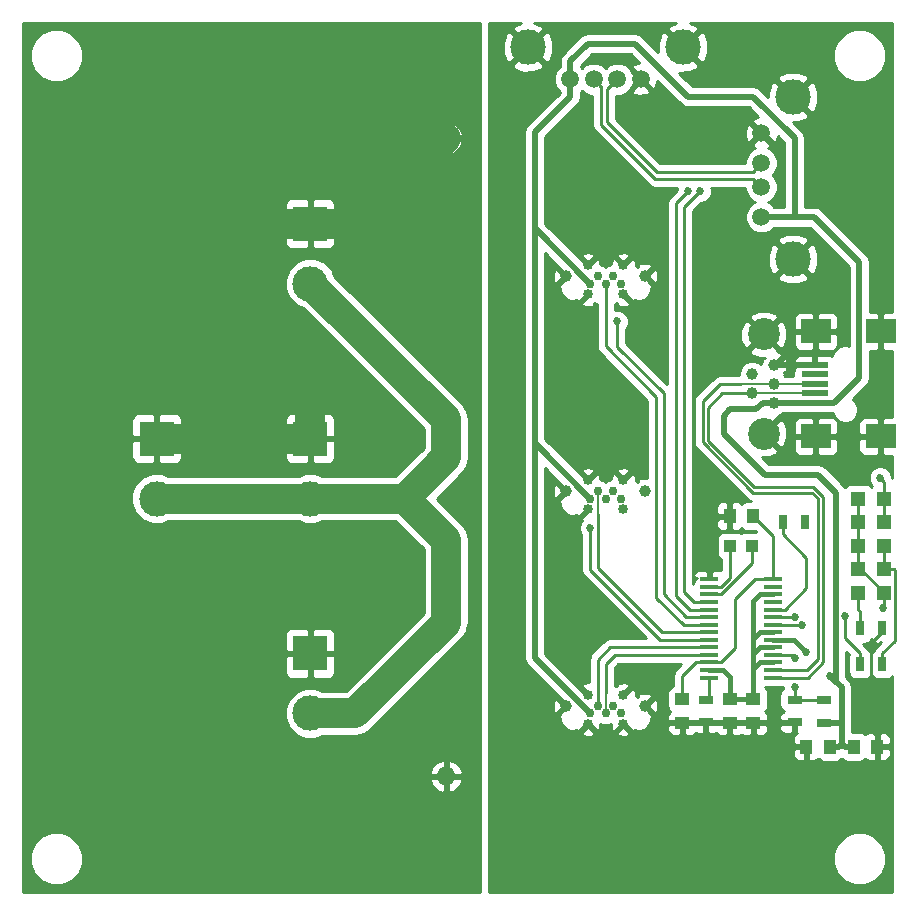
<source format=gbr>
G04 #@! TF.FileFunction,Copper,L1,Top,Signal*
%FSLAX46Y46*%
G04 Gerber Fmt 4.6, Leading zero omitted, Abs format (unit mm)*
G04 Created by KiCad (PCBNEW 4.0.4-stable) date 05/10/17 14:11:39*
%MOMM*%
%LPD*%
G01*
G04 APERTURE LIST*
%ADD10C,0.100000*%
%ADD11R,1.200000X1.200000*%
%ADD12R,1.250000X1.000000*%
%ADD13R,1.000000X1.250000*%
%ADD14R,1.500000X0.350000*%
%ADD15R,3.000000X3.000000*%
%ADD16C,3.000000*%
%ADD17R,1.300000X0.700000*%
%ADD18R,0.700000X1.300000*%
%ADD19C,0.750000*%
%ADD20C,0.850000*%
%ADD21C,1.000000*%
%ADD22C,1.500000*%
%ADD23C,2.700000*%
%ADD24R,2.300000X0.500000*%
%ADD25R,2.500000X2.000000*%
%ADD26C,1.600000*%
%ADD27O,1.600000X1.600000*%
%ADD28R,1.050000X1.100000*%
%ADD29C,0.685800*%
%ADD30C,0.254000*%
%ADD31C,2.540000*%
%ADD32C,0.508000*%
%ADD33C,0.381000*%
%ADD34C,0.152400*%
G04 APERTURE END LIST*
D10*
D11*
X123600000Y-99000000D03*
X121400000Y-99000000D03*
D12*
X106500000Y-108000000D03*
X106500000Y-110000000D03*
D13*
X119000000Y-112000000D03*
X117000000Y-112000000D03*
X121000000Y-112000000D03*
X123000000Y-112000000D03*
X112500000Y-92500000D03*
X110500000Y-92500000D03*
D12*
X112500000Y-108000000D03*
X112500000Y-110000000D03*
X110500000Y-108000000D03*
X110500000Y-110000000D03*
D14*
X114200000Y-102320000D03*
X108800000Y-102320000D03*
X114200000Y-101700000D03*
X108800000Y-101680000D03*
X108800000Y-102960000D03*
X114200000Y-102960000D03*
X114200000Y-103600000D03*
X108800000Y-103600000D03*
X108800000Y-101040000D03*
X108800000Y-100400000D03*
X114200000Y-101040000D03*
X114200000Y-100400000D03*
X114200000Y-104240000D03*
X114200000Y-99760000D03*
X108800000Y-99760000D03*
X108800000Y-104240000D03*
X114200000Y-104880000D03*
X108800000Y-104880000D03*
X108800000Y-99120000D03*
X114200000Y-99120000D03*
X114200000Y-98480000D03*
X108800000Y-98480000D03*
X108800000Y-105520000D03*
X114200000Y-105520000D03*
X114200000Y-106160000D03*
X108800000Y-106160000D03*
X108800000Y-97840000D03*
X114200000Y-97840000D03*
D15*
X62000000Y-85920000D03*
D16*
X62000000Y-91000000D03*
D15*
X75000000Y-85920000D03*
D16*
X75000000Y-91000000D03*
D15*
X75000000Y-67720000D03*
D16*
X75000000Y-72800000D03*
D15*
X75000000Y-104120000D03*
D16*
X75000000Y-109200000D03*
D11*
X121400000Y-97000000D03*
X123600000Y-97000000D03*
X123600000Y-95000000D03*
X121400000Y-95000000D03*
X121400000Y-93000000D03*
X123600000Y-93000000D03*
X123600000Y-91000000D03*
X121400000Y-91000000D03*
D17*
X116000000Y-108050000D03*
X116000000Y-109950000D03*
X118500000Y-110000000D03*
X118500000Y-108100000D03*
D18*
X121550000Y-105000000D03*
X123450000Y-105000000D03*
X115000000Y-93000000D03*
X116900000Y-93000000D03*
X121550000Y-102000000D03*
X123450000Y-102000000D03*
D17*
X108500000Y-109950000D03*
X108500000Y-108050000D03*
D19*
X100000000Y-109200000D03*
X99350000Y-108550000D03*
X98700000Y-109200000D03*
X100650000Y-108550000D03*
X101300000Y-109200000D03*
D20*
X98500000Y-107620000D03*
X101500000Y-107620000D03*
X101500000Y-110120000D03*
X98500000Y-110120000D03*
D21*
X96675000Y-108580000D03*
X103325000Y-108580000D03*
D19*
X100000000Y-91000000D03*
X99350000Y-90350000D03*
X98700000Y-91000000D03*
X100650000Y-90350000D03*
X101300000Y-91000000D03*
D20*
X98500000Y-89420000D03*
X101500000Y-89420000D03*
X101500000Y-91920000D03*
X98500000Y-91920000D03*
D21*
X96675000Y-90380000D03*
X103325000Y-90380000D03*
D19*
X100000000Y-72800000D03*
X99350000Y-72150000D03*
X98700000Y-72800000D03*
X100650000Y-72150000D03*
X101300000Y-72800000D03*
D20*
X98500000Y-71220000D03*
X101500000Y-71220000D03*
X101500000Y-73720000D03*
X98500000Y-73720000D03*
D21*
X96675000Y-72180000D03*
X103325000Y-72180000D03*
D22*
X99000000Y-55500000D03*
X101000000Y-55500000D03*
X103000000Y-55500000D03*
X97000000Y-55500000D03*
D16*
X93430000Y-52790000D03*
X106570000Y-52790000D03*
D21*
X114300000Y-81300000D03*
X114300000Y-79700000D03*
X114300000Y-82900000D03*
X112400000Y-82100000D03*
X112400000Y-80500000D03*
D23*
X113400000Y-77100000D03*
X113400000Y-85500000D03*
D22*
X113200000Y-60060000D03*
X113200000Y-62600000D03*
X113200000Y-64630000D03*
X113200000Y-67170000D03*
D16*
X115870000Y-57010000D03*
X115870000Y-70730000D03*
D24*
X117700000Y-82900000D03*
X117700000Y-82100000D03*
X117700000Y-81300000D03*
X117700000Y-80500000D03*
X117700000Y-79700000D03*
D25*
X117800000Y-85750000D03*
X123300000Y-85750000D03*
X117800000Y-76850000D03*
X123300000Y-76850000D03*
D26*
X86500000Y-85500000D03*
D27*
X86500000Y-60500000D03*
D26*
X86500000Y-94500000D03*
D27*
X86500000Y-114500000D03*
D28*
X112425000Y-95000000D03*
X110575000Y-95000000D03*
D29*
X123500000Y-100250000D03*
X116644398Y-101700000D03*
X119000000Y-106000000D03*
X117000000Y-104000000D03*
X120249310Y-100961227D03*
X116000000Y-101000000D03*
X116000000Y-107000000D03*
X116000000Y-104500000D03*
X123250000Y-89250000D03*
X116900000Y-93000000D03*
X101000000Y-76000000D03*
X98726362Y-93497814D03*
X108000000Y-65000000D03*
X107000000Y-65000000D03*
D30*
X123600000Y-99000000D02*
X123600000Y-100150000D01*
X123600000Y-100150000D02*
X123500000Y-100250000D01*
X121400000Y-97000000D02*
X121600000Y-97000000D01*
X121600000Y-97000000D02*
X123600000Y-99000000D01*
X121400000Y-95000000D02*
X121400000Y-97000000D01*
X114200000Y-101700000D02*
X116644398Y-101700000D01*
X121400000Y-95000000D02*
X121600000Y-95000000D01*
X121400000Y-93000000D02*
X121400000Y-95000000D01*
X121400000Y-91000000D02*
X121400000Y-93000000D01*
X121400000Y-100400000D02*
X121550000Y-100550000D01*
X121550000Y-100550000D02*
X121550000Y-102000000D01*
X121400000Y-99000000D02*
X121400000Y-100400000D01*
D31*
X86500000Y-94500000D02*
X86500000Y-101500000D01*
X86500000Y-101500000D02*
X78800000Y-109200000D01*
X78800000Y-109200000D02*
X75000000Y-109200000D01*
X75000000Y-91000000D02*
X62000000Y-91000000D01*
X86500000Y-85500000D02*
X86500000Y-84300000D01*
X86500000Y-84300000D02*
X75000000Y-72800000D01*
X86500000Y-85500000D02*
X86500000Y-87500000D01*
X86500000Y-87500000D02*
X83000000Y-91000000D01*
X75000000Y-91000000D02*
X83000000Y-91000000D01*
X83000000Y-91000000D02*
X86500000Y-94500000D01*
X75000000Y-67720000D02*
X71920581Y-67720000D01*
X71920581Y-67720000D02*
X70000000Y-69640581D01*
X70000000Y-76880000D02*
X75000000Y-81880000D01*
X70000000Y-69640581D02*
X70000000Y-76880000D01*
X75000000Y-81880000D02*
X75000000Y-85920000D01*
X62000000Y-85920000D02*
X75000000Y-85920000D01*
X75000000Y-67720000D02*
X79280000Y-67720000D01*
X79280000Y-67720000D02*
X86500000Y-60500000D01*
D30*
X111000000Y-99500000D02*
X112660000Y-97840000D01*
X112660000Y-97840000D02*
X114200000Y-97840000D01*
X111000000Y-103684000D02*
X111000000Y-99500000D01*
X108800000Y-104880000D02*
X109804000Y-104880000D01*
X109804000Y-104880000D02*
X111000000Y-103684000D01*
X114200000Y-97840000D02*
X114200000Y-94193575D01*
X114200000Y-94193575D02*
X112506425Y-92500000D01*
X112506425Y-92500000D02*
X112500000Y-92500000D01*
X107620000Y-104880000D02*
X106500000Y-106000000D01*
X106500000Y-106000000D02*
X106500000Y-108000000D01*
X107620000Y-104880000D02*
X108800000Y-104880000D01*
X108800000Y-97840000D02*
X108800000Y-97411000D01*
X108800000Y-97411000D02*
X109000000Y-97211000D01*
X109000000Y-97211000D02*
X109000000Y-93246000D01*
X109000000Y-93246000D02*
X109746000Y-92500000D01*
X109746000Y-92500000D02*
X110500000Y-92500000D01*
X122500000Y-103250000D02*
X122500000Y-110621000D01*
X123000000Y-111121000D02*
X123000000Y-112000000D01*
X122500000Y-110621000D02*
X123000000Y-111121000D01*
X123450000Y-102000000D02*
X123450000Y-102300000D01*
X123450000Y-102300000D02*
X122500000Y-103250000D01*
D32*
X117700000Y-79700000D02*
X114300000Y-79700000D01*
X94000000Y-60000000D02*
X94000000Y-68000000D01*
X94000000Y-68000000D02*
X94000000Y-86000000D01*
X98700000Y-72800000D02*
X94000000Y-68100000D01*
X94000000Y-68100000D02*
X94000000Y-68000000D01*
X94000000Y-86000000D02*
X94000000Y-104500000D01*
X98700000Y-91000000D02*
X94000000Y-86300000D01*
X94000000Y-86300000D02*
X94000000Y-86000000D01*
X94000000Y-104500000D02*
X98700000Y-109200000D01*
X97000000Y-57000000D02*
X94000000Y-60000000D01*
X97000000Y-55500000D02*
X97000000Y-57000000D01*
X117670000Y-67170000D02*
X116000000Y-67170000D01*
X116000000Y-67170000D02*
X113200000Y-67170000D01*
X112500000Y-57000000D02*
X116000000Y-60500000D01*
X116000000Y-60500000D02*
X116000000Y-67170000D01*
X107000000Y-57000000D02*
X112500000Y-57000000D01*
X102500000Y-52500000D02*
X107000000Y-57000000D01*
X98500000Y-52500000D02*
X102500000Y-52500000D01*
X97000000Y-54000000D02*
X98500000Y-52500000D01*
X97000000Y-55500000D02*
X97000000Y-54000000D01*
X117700000Y-82900000D02*
X119358000Y-82900000D01*
X119358000Y-82900000D02*
X121500000Y-80758000D01*
X121500000Y-80758000D02*
X121500000Y-71000000D01*
X121500000Y-71000000D02*
X117670000Y-67170000D01*
X114300000Y-82900000D02*
X113334084Y-82900000D01*
X113500000Y-89000000D02*
X118000000Y-89000000D01*
X113334084Y-82900000D02*
X112779246Y-83454838D01*
X112779246Y-83454838D02*
X110545162Y-83454838D01*
X110545162Y-83454838D02*
X110000000Y-84000000D01*
X110000000Y-84000000D02*
X110000000Y-85500000D01*
X110000000Y-85500000D02*
X113500000Y-89000000D01*
X118000000Y-89000000D02*
X119500000Y-90500000D01*
X119500000Y-90500000D02*
X119500000Y-106500000D01*
X119500000Y-106500000D02*
X119000000Y-106000000D01*
X120000000Y-111754000D02*
X119754000Y-112000000D01*
X119754000Y-112000000D02*
X119000000Y-112000000D01*
X120000000Y-111754000D02*
X120246000Y-112000000D01*
X120246000Y-112000000D02*
X121000000Y-112000000D01*
X120000000Y-110000000D02*
X120000000Y-111754000D01*
X120000000Y-110000000D02*
X118500000Y-110000000D01*
X120000000Y-107000000D02*
X120000000Y-110000000D01*
X119500000Y-106500000D02*
X120000000Y-107000000D01*
D33*
X114200000Y-102960000D02*
X115960000Y-102960000D01*
X115960000Y-102960000D02*
X117000000Y-104000000D01*
D32*
X117700000Y-82900000D02*
X114300000Y-82900000D01*
D33*
X112500000Y-108000000D02*
X110500000Y-108000000D01*
X110500000Y-106216000D02*
X110500000Y-106089000D01*
X110500000Y-106089000D02*
X109931000Y-105520000D01*
X109931000Y-105520000D02*
X108800000Y-105520000D01*
X110500000Y-106216000D02*
X110500000Y-108000000D01*
X112500000Y-99689000D02*
X112500000Y-103000000D01*
X112500000Y-103000000D02*
X112500000Y-104000000D01*
X114200000Y-102320000D02*
X113069000Y-102320000D01*
X113069000Y-102320000D02*
X112500000Y-102889000D01*
X112500000Y-102889000D02*
X112500000Y-103000000D01*
X114200000Y-103600000D02*
X113069000Y-103600000D01*
X112500000Y-104000000D02*
X112500000Y-105576000D01*
X113069000Y-103600000D02*
X112669000Y-104000000D01*
X112669000Y-104000000D02*
X112500000Y-104000000D01*
X114200000Y-104880000D02*
X113069000Y-104880000D01*
X113069000Y-104880000D02*
X112500000Y-105449000D01*
X112500000Y-105449000D02*
X112500000Y-105576000D01*
X112500000Y-105576000D02*
X112500000Y-108000000D01*
X114200000Y-99120000D02*
X113069000Y-99120000D01*
X113069000Y-99120000D02*
X112500000Y-99689000D01*
D30*
X110500000Y-106216000D02*
X110500000Y-107246000D01*
X110500000Y-107246000D02*
X110500000Y-108000000D01*
X120249310Y-101446160D02*
X120249310Y-100961227D01*
X120249310Y-102795310D02*
X120249310Y-101446160D01*
X121550000Y-104096000D02*
X120249310Y-102795310D01*
X121550000Y-105000000D02*
X121550000Y-104096000D01*
X114200000Y-101040000D02*
X115960000Y-101040000D01*
X115960000Y-101040000D02*
X116000000Y-101000000D01*
X115204000Y-100400000D02*
X114200000Y-100400000D01*
X117000000Y-98604000D02*
X115204000Y-100400000D01*
X117000000Y-96000000D02*
X117000000Y-98604000D01*
X115000000Y-94000000D02*
X117000000Y-96000000D01*
X115000000Y-93000000D02*
X115000000Y-94000000D01*
X116000000Y-108050000D02*
X118450000Y-108050000D01*
X118450000Y-108050000D02*
X118500000Y-108100000D01*
X116000000Y-107000000D02*
X116000000Y-108050000D01*
X114200000Y-104240000D02*
X115740000Y-104240000D01*
X115740000Y-104240000D02*
X116000000Y-104500000D01*
X112425000Y-95000000D02*
X112425000Y-96499000D01*
X112425000Y-96499000D02*
X109804000Y-99120000D01*
X109804000Y-99120000D02*
X108800000Y-99120000D01*
X108800000Y-98480000D02*
X109804000Y-98480000D01*
X109804000Y-98480000D02*
X110575000Y-97709000D01*
X110575000Y-97709000D02*
X110575000Y-95000000D01*
X108800000Y-106160000D02*
X108800000Y-107750000D01*
X108800000Y-107750000D02*
X108500000Y-108050000D01*
X123600000Y-97000000D02*
X124454000Y-97000000D01*
X124454000Y-97000000D02*
X124479401Y-97025401D01*
X124479401Y-97025401D02*
X124479401Y-103066599D01*
X124479401Y-103066599D02*
X123450000Y-104096000D01*
X123450000Y-104096000D02*
X123450000Y-105000000D01*
X123600000Y-95000000D02*
X123600000Y-97000000D01*
X123600000Y-91000000D02*
X123600000Y-93000000D01*
X123600000Y-91000000D02*
X123600000Y-89600000D01*
X123600000Y-89600000D02*
X123250000Y-89250000D01*
X108800000Y-101040000D02*
X106842275Y-101040000D01*
X104911625Y-99109350D02*
X104911625Y-82068912D01*
X106842275Y-101040000D02*
X104911625Y-99109350D01*
X104911625Y-82068912D02*
X101000000Y-78157287D01*
X101000000Y-78157287D02*
X101000000Y-76000000D01*
X98726362Y-93982747D02*
X98726362Y-93497814D01*
X104623461Y-102960000D02*
X98726362Y-97062901D01*
X108800000Y-102960000D02*
X104623461Y-102960000D01*
X98726362Y-97062901D02*
X98726362Y-93982747D01*
X108800000Y-101680000D02*
X106605250Y-101680000D01*
X106605250Y-101680000D02*
X104312198Y-99386948D01*
X104312198Y-99386948D02*
X104312198Y-82386948D01*
X104312198Y-82386948D02*
X100000000Y-78074750D01*
X100000000Y-78074750D02*
X100000000Y-73330330D01*
X100000000Y-73330330D02*
X100000000Y-72800000D01*
X108000000Y-65000000D02*
X106651593Y-66348407D01*
X106651593Y-66348407D02*
X106651593Y-98923873D01*
X106651593Y-98923873D02*
X107487720Y-99760000D01*
X107487720Y-99760000D02*
X108800000Y-99760000D01*
X113200000Y-64630000D02*
X112507642Y-63937642D01*
X112507642Y-63937642D02*
X104209142Y-63937642D01*
X104209142Y-63937642D02*
X99652256Y-59380756D01*
X99652256Y-59380756D02*
X99652256Y-56152256D01*
X99652256Y-56152256D02*
X99000000Y-55500000D01*
X108800000Y-102320000D02*
X104820000Y-102320000D01*
X99350000Y-96850000D02*
X104820000Y-102320000D01*
X99350000Y-92350000D02*
X99350000Y-96850000D01*
D34*
X99350000Y-90350000D02*
X99350000Y-92350000D01*
D30*
X108800000Y-104240000D02*
X100760000Y-104240000D01*
X100000000Y-105000000D02*
X100760000Y-104240000D01*
X100000000Y-107500000D02*
X100000000Y-105000000D01*
D34*
X100000000Y-109200000D02*
X100000000Y-107500000D01*
D30*
X100400000Y-103600000D02*
X108800000Y-103600000D01*
X100400000Y-103600000D02*
X99350000Y-104650000D01*
X99350000Y-104650000D02*
X99350000Y-108550000D01*
X101000000Y-55500000D02*
X100156738Y-56343262D01*
X100156738Y-56343262D02*
X100156738Y-59156738D01*
X100156738Y-59156738D02*
X104327226Y-63327226D01*
X104327226Y-63327226D02*
X112472774Y-63327226D01*
X112472774Y-63327226D02*
X113200000Y-62600000D01*
X107000000Y-65000000D02*
X106002695Y-65997305D01*
X106002695Y-65997305D02*
X106002695Y-99219182D01*
X106002695Y-99219182D02*
X107183513Y-100400000D01*
X107183513Y-100400000D02*
X108800000Y-100400000D01*
X114200000Y-105520000D02*
X117019463Y-105520000D01*
X117019463Y-105520000D02*
X117988761Y-104550702D01*
X117988761Y-104550702D02*
X117988761Y-90988761D01*
X108222079Y-82777921D02*
X109700000Y-81300000D01*
X117988761Y-90988761D02*
X117500000Y-90500000D01*
X117500000Y-90500000D02*
X112500000Y-90500000D01*
X112500000Y-90500000D02*
X108222079Y-86222079D01*
X109700000Y-81300000D02*
X111500000Y-81300000D01*
X108222079Y-86222079D02*
X108222079Y-82777921D01*
D34*
X114300000Y-81300000D02*
X111500000Y-81300000D01*
X117700000Y-81300000D02*
X114300000Y-81300000D01*
D30*
X114200000Y-106160000D02*
X117144640Y-106160000D01*
X117144640Y-106160000D02*
X118431914Y-104872726D01*
X118431914Y-104872726D02*
X118431914Y-90857164D01*
X118431914Y-90857164D02*
X117574750Y-90000000D01*
X117574750Y-90000000D02*
X112574750Y-90000000D01*
X112574750Y-90000000D02*
X108701875Y-86127125D01*
X109900000Y-82100000D02*
X112400000Y-82100000D01*
X108701875Y-86127125D02*
X108701875Y-83298125D01*
X108701875Y-83298125D02*
X109900000Y-82100000D01*
D34*
X112400000Y-82100000D02*
X110100000Y-82100000D01*
X117700000Y-82100000D02*
X112400000Y-82100000D01*
D30*
G36*
X92255418Y-50957261D02*
X92095635Y-51276030D01*
X93430000Y-52610395D01*
X94764365Y-51276030D01*
X94604582Y-50957261D01*
X93973819Y-50710000D01*
X105992359Y-50710000D01*
X105395418Y-50957261D01*
X105235635Y-51276030D01*
X106570000Y-52610395D01*
X107904365Y-51276030D01*
X107744582Y-50957261D01*
X107113819Y-50710000D01*
X124290000Y-50710000D01*
X124290000Y-75215000D01*
X123585750Y-75215000D01*
X123427000Y-75373750D01*
X123427000Y-76723000D01*
X123447000Y-76723000D01*
X123447000Y-76977000D01*
X123427000Y-76977000D01*
X123427000Y-78326250D01*
X123585750Y-78485000D01*
X124290000Y-78485000D01*
X124290000Y-84115000D01*
X123585750Y-84115000D01*
X123427000Y-84273750D01*
X123427000Y-85623000D01*
X123447000Y-85623000D01*
X123447000Y-85877000D01*
X123427000Y-85877000D01*
X123427000Y-87226250D01*
X123585750Y-87385000D01*
X124290000Y-87385000D01*
X124290000Y-89287449D01*
X124237834Y-89209377D01*
X124227949Y-89194582D01*
X124228069Y-89056337D01*
X124079507Y-88696788D01*
X123804659Y-88421460D01*
X123445370Y-88272270D01*
X123056337Y-88271931D01*
X122696788Y-88420493D01*
X122421460Y-88695341D01*
X122272270Y-89054630D01*
X122271931Y-89443663D01*
X122420493Y-89803212D01*
X122551238Y-89934186D01*
X122548559Y-89935910D01*
X122500866Y-90005711D01*
X122464090Y-89948559D01*
X122251890Y-89803569D01*
X122000000Y-89752560D01*
X120800000Y-89752560D01*
X120564683Y-89796838D01*
X120348559Y-89935910D01*
X120259159Y-90066751D01*
X120128618Y-89871382D01*
X118628618Y-88371382D01*
X118591721Y-88346728D01*
X118340206Y-88178671D01*
X118000000Y-88111000D01*
X113868236Y-88111000D01*
X113246398Y-87489162D01*
X113841418Y-87475164D01*
X114484522Y-87208782D01*
X114625988Y-86905593D01*
X113400000Y-85679605D01*
X113385858Y-85693748D01*
X113206253Y-85514143D01*
X113220395Y-85500000D01*
X113579605Y-85500000D01*
X114805593Y-86725988D01*
X115108782Y-86584522D01*
X115321110Y-86035750D01*
X115915000Y-86035750D01*
X115915000Y-86876310D01*
X116011673Y-87109699D01*
X116190302Y-87288327D01*
X116423691Y-87385000D01*
X117514250Y-87385000D01*
X117673000Y-87226250D01*
X117673000Y-85877000D01*
X117927000Y-85877000D01*
X117927000Y-87226250D01*
X118085750Y-87385000D01*
X119176309Y-87385000D01*
X119409698Y-87288327D01*
X119588327Y-87109699D01*
X119685000Y-86876310D01*
X119685000Y-86035750D01*
X121415000Y-86035750D01*
X121415000Y-86876310D01*
X121511673Y-87109699D01*
X121690302Y-87288327D01*
X121923691Y-87385000D01*
X123014250Y-87385000D01*
X123173000Y-87226250D01*
X123173000Y-85877000D01*
X121573750Y-85877000D01*
X121415000Y-86035750D01*
X119685000Y-86035750D01*
X119526250Y-85877000D01*
X117927000Y-85877000D01*
X117673000Y-85877000D01*
X116073750Y-85877000D01*
X115915000Y-86035750D01*
X115321110Y-86035750D01*
X115393737Y-85848045D01*
X115375164Y-85058582D01*
X115195027Y-84623690D01*
X115915000Y-84623690D01*
X115915000Y-85464250D01*
X116073750Y-85623000D01*
X117673000Y-85623000D01*
X117673000Y-84273750D01*
X117927000Y-84273750D01*
X117927000Y-85623000D01*
X119526250Y-85623000D01*
X119685000Y-85464250D01*
X119685000Y-84623690D01*
X121415000Y-84623690D01*
X121415000Y-85464250D01*
X121573750Y-85623000D01*
X123173000Y-85623000D01*
X123173000Y-84273750D01*
X123014250Y-84115000D01*
X121923691Y-84115000D01*
X121690302Y-84211673D01*
X121511673Y-84390301D01*
X121415000Y-84623690D01*
X119685000Y-84623690D01*
X119588327Y-84390301D01*
X119409698Y-84211673D01*
X119176309Y-84115000D01*
X118085750Y-84115000D01*
X117927000Y-84273750D01*
X117673000Y-84273750D01*
X117514250Y-84115000D01*
X116423691Y-84115000D01*
X116190302Y-84211673D01*
X116011673Y-84390301D01*
X115915000Y-84623690D01*
X115195027Y-84623690D01*
X115108782Y-84415478D01*
X114805593Y-84274012D01*
X113579605Y-85500000D01*
X113220395Y-85500000D01*
X113206253Y-85485858D01*
X113385858Y-85306253D01*
X113400000Y-85320395D01*
X114625988Y-84094407D01*
X114586467Y-84009706D01*
X114942086Y-83862767D01*
X115015982Y-83789000D01*
X116508322Y-83789000D01*
X116550000Y-83797440D01*
X118850000Y-83797440D01*
X118894855Y-83789000D01*
X119245441Y-83789000D01*
X119379646Y-84113800D01*
X119684595Y-84419282D01*
X120083233Y-84584811D01*
X120514873Y-84585188D01*
X120913800Y-84420354D01*
X121219282Y-84115405D01*
X121384811Y-83716767D01*
X121385188Y-83285127D01*
X121220354Y-82886200D01*
X120924953Y-82590283D01*
X122128618Y-81386618D01*
X122321329Y-81098206D01*
X122389000Y-80758000D01*
X122389000Y-78485000D01*
X123014250Y-78485000D01*
X123173000Y-78326250D01*
X123173000Y-76977000D01*
X123153000Y-76977000D01*
X123153000Y-76723000D01*
X123173000Y-76723000D01*
X123173000Y-75373750D01*
X123014250Y-75215000D01*
X122389000Y-75215000D01*
X122389000Y-71000000D01*
X122321329Y-70659794D01*
X122128618Y-70371382D01*
X118298618Y-66541382D01*
X118290743Y-66536120D01*
X118010206Y-66348671D01*
X117670000Y-66281000D01*
X116889000Y-66281000D01*
X116889000Y-60500000D01*
X116821329Y-60159794D01*
X116628618Y-59871382D01*
X115902014Y-59144778D01*
X116335387Y-59136497D01*
X117044582Y-58842739D01*
X117204365Y-58523970D01*
X115870000Y-57189605D01*
X115855858Y-57203748D01*
X115676253Y-57024143D01*
X115690395Y-57010000D01*
X116049605Y-57010000D01*
X117383970Y-58344365D01*
X117702739Y-58184582D01*
X118012723Y-57393813D01*
X117996497Y-56544613D01*
X117702739Y-55835418D01*
X117383970Y-55675635D01*
X116049605Y-57010000D01*
X115690395Y-57010000D01*
X114356030Y-55675635D01*
X114037261Y-55835418D01*
X113727277Y-56626187D01*
X113733975Y-56976739D01*
X113128618Y-56371382D01*
X112840206Y-56178671D01*
X112500000Y-56111000D01*
X107368236Y-56111000D01*
X106753266Y-55496030D01*
X114535635Y-55496030D01*
X115870000Y-56830395D01*
X117204365Y-55496030D01*
X117044582Y-55177261D01*
X116253813Y-54867277D01*
X115404613Y-54883503D01*
X114695418Y-55177261D01*
X114535635Y-55496030D01*
X106753266Y-55496030D01*
X106189888Y-54932652D01*
X107035387Y-54916497D01*
X107744582Y-54622739D01*
X107904365Y-54303970D01*
X106570000Y-52969605D01*
X106555858Y-52983748D01*
X106376253Y-52804143D01*
X106390395Y-52790000D01*
X106749605Y-52790000D01*
X108083970Y-54124365D01*
X108402739Y-53964582D01*
X108411348Y-53942619D01*
X119264613Y-53942619D01*
X119604155Y-54764372D01*
X120232321Y-55393636D01*
X121053481Y-55734611D01*
X121942619Y-55735387D01*
X122764372Y-55395845D01*
X123393636Y-54767679D01*
X123734611Y-53946519D01*
X123735387Y-53057381D01*
X123395845Y-52235628D01*
X122767679Y-51606364D01*
X121946519Y-51265389D01*
X121057381Y-51264613D01*
X120235628Y-51604155D01*
X119606364Y-52232321D01*
X119265389Y-53053481D01*
X119264613Y-53942619D01*
X108411348Y-53942619D01*
X108712723Y-53173813D01*
X108696497Y-52324613D01*
X108402739Y-51615418D01*
X108083970Y-51455635D01*
X106749605Y-52790000D01*
X106390395Y-52790000D01*
X105056030Y-51455635D01*
X104737261Y-51615418D01*
X104427277Y-52406187D01*
X104442157Y-53184921D01*
X103128618Y-51871382D01*
X102840206Y-51678671D01*
X102500000Y-51611000D01*
X98500000Y-51611000D01*
X98159794Y-51678671D01*
X97871382Y-51871382D01*
X96371382Y-53371382D01*
X96178671Y-53659794D01*
X96111000Y-54000000D01*
X96111000Y-54430470D01*
X95826539Y-54714436D01*
X95615241Y-55223298D01*
X95614760Y-55774285D01*
X95825169Y-56283515D01*
X96111000Y-56569845D01*
X96111000Y-56631764D01*
X93371382Y-59371382D01*
X93178671Y-59659794D01*
X93111000Y-60000000D01*
X93111000Y-104500000D01*
X93178671Y-104840206D01*
X93311378Y-105038816D01*
X93371382Y-105128618D01*
X96852827Y-108610063D01*
X96795715Y-108667175D01*
X96614485Y-108742058D01*
X96323081Y-109032954D01*
X96267289Y-109167316D01*
X96064501Y-109370104D01*
X96101648Y-109585217D01*
X96165012Y-109606356D01*
X96164821Y-109824971D01*
X96322058Y-110205515D01*
X96612954Y-110496919D01*
X96993223Y-110654820D01*
X97404971Y-110655179D01*
X97537325Y-110600492D01*
X97557050Y-110648113D01*
X97764447Y-110675948D01*
X98309099Y-110131296D01*
X98498217Y-110209824D01*
X98769666Y-110210061D01*
X99235553Y-110675948D01*
X99442950Y-110648113D01*
X99573272Y-110247061D01*
X99562647Y-110112007D01*
X99798217Y-110209824D01*
X100200020Y-110210175D01*
X100436143Y-110112611D01*
X100459801Y-110413334D01*
X100557050Y-110648113D01*
X100764447Y-110675948D01*
X101220025Y-110220370D01*
X101585301Y-110189477D01*
X101701112Y-110141507D01*
X102235553Y-110675948D01*
X102442950Y-110648113D01*
X102458895Y-110599043D01*
X102593223Y-110654820D01*
X103004971Y-110655179D01*
X103385515Y-110497942D01*
X103598077Y-110285750D01*
X105240000Y-110285750D01*
X105240000Y-110626309D01*
X105336673Y-110859698D01*
X105515301Y-111038327D01*
X105748690Y-111135000D01*
X106214250Y-111135000D01*
X106373000Y-110976250D01*
X106373000Y-110127000D01*
X106627000Y-110127000D01*
X106627000Y-110976250D01*
X106785750Y-111135000D01*
X107251310Y-111135000D01*
X107484699Y-111038327D01*
X107627761Y-110895265D01*
X107723690Y-110935000D01*
X108214250Y-110935000D01*
X108373000Y-110776250D01*
X108373000Y-110077000D01*
X108627000Y-110077000D01*
X108627000Y-110776250D01*
X108785750Y-110935000D01*
X109276310Y-110935000D01*
X109372239Y-110895265D01*
X109515301Y-111038327D01*
X109748690Y-111135000D01*
X110214250Y-111135000D01*
X110373000Y-110976250D01*
X110373000Y-110127000D01*
X110627000Y-110127000D01*
X110627000Y-110976250D01*
X110785750Y-111135000D01*
X111251310Y-111135000D01*
X111484699Y-111038327D01*
X111500000Y-111023026D01*
X111515301Y-111038327D01*
X111748690Y-111135000D01*
X112214250Y-111135000D01*
X112373000Y-110976250D01*
X112373000Y-110127000D01*
X112627000Y-110127000D01*
X112627000Y-110976250D01*
X112785750Y-111135000D01*
X113251310Y-111135000D01*
X113484699Y-111038327D01*
X113663327Y-110859698D01*
X113760000Y-110626309D01*
X113760000Y-110285750D01*
X113710000Y-110235750D01*
X114715000Y-110235750D01*
X114715000Y-110426309D01*
X114811673Y-110659698D01*
X114990301Y-110838327D01*
X115223690Y-110935000D01*
X115714250Y-110935000D01*
X115873000Y-110776250D01*
X115873000Y-110077000D01*
X114873750Y-110077000D01*
X114715000Y-110235750D01*
X113710000Y-110235750D01*
X113601250Y-110127000D01*
X112627000Y-110127000D01*
X112373000Y-110127000D01*
X110627000Y-110127000D01*
X110373000Y-110127000D01*
X109676250Y-110127000D01*
X109626250Y-110077000D01*
X108627000Y-110077000D01*
X108373000Y-110077000D01*
X107373750Y-110077000D01*
X107323750Y-110127000D01*
X106627000Y-110127000D01*
X106373000Y-110127000D01*
X105398750Y-110127000D01*
X105240000Y-110285750D01*
X103598077Y-110285750D01*
X103676919Y-110207046D01*
X103834820Y-109826777D01*
X103835008Y-109611455D01*
X103898352Y-109585217D01*
X103935499Y-109370104D01*
X103732908Y-109167513D01*
X103677942Y-109034485D01*
X103387046Y-108743081D01*
X103204314Y-108667204D01*
X103131253Y-108594143D01*
X103145395Y-108580000D01*
X103504605Y-108580000D01*
X104115104Y-109190499D01*
X104330217Y-109153352D01*
X104473112Y-108725028D01*
X104441217Y-108274625D01*
X104330217Y-108006648D01*
X104115104Y-107969501D01*
X103504605Y-108580000D01*
X103145395Y-108580000D01*
X103131253Y-108565858D01*
X103310858Y-108386253D01*
X103325000Y-108400395D01*
X103935499Y-107789896D01*
X103898352Y-107574783D01*
X103470028Y-107431888D01*
X103019625Y-107463783D01*
X102751648Y-107574783D01*
X102714501Y-107789893D01*
X102598274Y-107673666D01*
X102569743Y-107702197D01*
X102540199Y-107326666D01*
X102442950Y-107091887D01*
X102235553Y-107064052D01*
X101679605Y-107620000D01*
X101693748Y-107634143D01*
X101514143Y-107813748D01*
X101500000Y-107799605D01*
X101485858Y-107813748D01*
X101306253Y-107634143D01*
X101320395Y-107620000D01*
X101306253Y-107605858D01*
X101485858Y-107426253D01*
X101500000Y-107440395D01*
X102055948Y-106884447D01*
X102028113Y-106677050D01*
X101627061Y-106546728D01*
X101206666Y-106579801D01*
X100971887Y-106677050D01*
X100944052Y-106884444D01*
X100827346Y-106767738D01*
X100762000Y-106833084D01*
X100762000Y-105315630D01*
X101075631Y-105002000D01*
X106420370Y-105002000D01*
X105961185Y-105461185D01*
X105796004Y-105708395D01*
X105738000Y-106000000D01*
X105738000Y-106878338D01*
X105639683Y-106896838D01*
X105423559Y-107035910D01*
X105278569Y-107248110D01*
X105227560Y-107500000D01*
X105227560Y-108500000D01*
X105271838Y-108735317D01*
X105410910Y-108951441D01*
X105479006Y-108997969D01*
X105336673Y-109140302D01*
X105240000Y-109373691D01*
X105240000Y-109714250D01*
X105398750Y-109873000D01*
X106373000Y-109873000D01*
X106373000Y-109853000D01*
X106627000Y-109853000D01*
X106627000Y-109873000D01*
X107601250Y-109873000D01*
X107651250Y-109823000D01*
X108373000Y-109823000D01*
X108373000Y-109803000D01*
X108627000Y-109803000D01*
X108627000Y-109823000D01*
X109348750Y-109823000D01*
X109398750Y-109873000D01*
X110373000Y-109873000D01*
X110373000Y-109853000D01*
X110627000Y-109853000D01*
X110627000Y-109873000D01*
X112373000Y-109873000D01*
X112373000Y-109853000D01*
X112627000Y-109853000D01*
X112627000Y-109873000D01*
X113601250Y-109873000D01*
X113760000Y-109714250D01*
X113760000Y-109373691D01*
X113663327Y-109140302D01*
X113522090Y-108999064D01*
X113576441Y-108964090D01*
X113721431Y-108751890D01*
X113772440Y-108500000D01*
X113772440Y-107500000D01*
X113728162Y-107264683D01*
X113589090Y-107048559D01*
X113492322Y-106982440D01*
X114950000Y-106982440D01*
X115022127Y-106968868D01*
X115021963Y-107156501D01*
X114898559Y-107235910D01*
X114753569Y-107448110D01*
X114702560Y-107700000D01*
X114702560Y-108400000D01*
X114746838Y-108635317D01*
X114885910Y-108851441D01*
X115098110Y-108996431D01*
X115131490Y-109003191D01*
X114990301Y-109061673D01*
X114811673Y-109240302D01*
X114715000Y-109473691D01*
X114715000Y-109664250D01*
X114873750Y-109823000D01*
X115873000Y-109823000D01*
X115873000Y-109803000D01*
X116127000Y-109803000D01*
X116127000Y-109823000D01*
X116147000Y-109823000D01*
X116147000Y-110077000D01*
X116127000Y-110077000D01*
X116127000Y-110776250D01*
X116173622Y-110822872D01*
X116140302Y-110836673D01*
X115961673Y-111015301D01*
X115865000Y-111248690D01*
X115865000Y-111714250D01*
X116023750Y-111873000D01*
X116873000Y-111873000D01*
X116873000Y-111853000D01*
X117127000Y-111853000D01*
X117127000Y-111873000D01*
X117147000Y-111873000D01*
X117147000Y-112127000D01*
X117127000Y-112127000D01*
X117127000Y-113101250D01*
X117285750Y-113260000D01*
X117626309Y-113260000D01*
X117859698Y-113163327D01*
X118000936Y-113022090D01*
X118035910Y-113076441D01*
X118248110Y-113221431D01*
X118500000Y-113272440D01*
X119500000Y-113272440D01*
X119735317Y-113228162D01*
X119951441Y-113089090D01*
X119999134Y-113019289D01*
X120035910Y-113076441D01*
X120248110Y-113221431D01*
X120500000Y-113272440D01*
X121500000Y-113272440D01*
X121735317Y-113228162D01*
X121951441Y-113089090D01*
X121997969Y-113020994D01*
X122140302Y-113163327D01*
X122373691Y-113260000D01*
X122714250Y-113260000D01*
X122873000Y-113101250D01*
X122873000Y-112127000D01*
X123127000Y-112127000D01*
X123127000Y-113101250D01*
X123285750Y-113260000D01*
X123626309Y-113260000D01*
X123859698Y-113163327D01*
X124038327Y-112984699D01*
X124135000Y-112751310D01*
X124135000Y-112285750D01*
X123976250Y-112127000D01*
X123127000Y-112127000D01*
X122873000Y-112127000D01*
X122853000Y-112127000D01*
X122853000Y-111873000D01*
X122873000Y-111873000D01*
X122873000Y-110898750D01*
X123127000Y-110898750D01*
X123127000Y-111873000D01*
X123976250Y-111873000D01*
X124135000Y-111714250D01*
X124135000Y-111248690D01*
X124038327Y-111015301D01*
X123859698Y-110836673D01*
X123626309Y-110740000D01*
X123285750Y-110740000D01*
X123127000Y-110898750D01*
X122873000Y-110898750D01*
X122714250Y-110740000D01*
X122373691Y-110740000D01*
X122140302Y-110836673D01*
X121999064Y-110977910D01*
X121964090Y-110923559D01*
X121751890Y-110778569D01*
X121500000Y-110727560D01*
X120889000Y-110727560D01*
X120889000Y-107000000D01*
X120821329Y-106659794D01*
X120628618Y-106371382D01*
X120389000Y-106131764D01*
X120389000Y-104012631D01*
X120581830Y-104205461D01*
X120552560Y-104350000D01*
X120552560Y-105650000D01*
X120596838Y-105885317D01*
X120735910Y-106101441D01*
X120948110Y-106246431D01*
X121200000Y-106297440D01*
X121900000Y-106297440D01*
X122135317Y-106253162D01*
X122351441Y-106114090D01*
X122496431Y-105901890D01*
X122499081Y-105888803D01*
X122635910Y-106101441D01*
X122848110Y-106246431D01*
X123100000Y-106297440D01*
X123800000Y-106297440D01*
X124035317Y-106253162D01*
X124251441Y-106114090D01*
X124290000Y-106057657D01*
X124290000Y-124290000D01*
X90127000Y-124290000D01*
X90127000Y-121942619D01*
X119264613Y-121942619D01*
X119604155Y-122764372D01*
X120232321Y-123393636D01*
X121053481Y-123734611D01*
X121942619Y-123735387D01*
X122764372Y-123395845D01*
X123393636Y-122767679D01*
X123734611Y-121946519D01*
X123735387Y-121057381D01*
X123395845Y-120235628D01*
X122767679Y-119606364D01*
X121946519Y-119265389D01*
X121057381Y-119264613D01*
X120235628Y-119604155D01*
X119606364Y-120232321D01*
X119265389Y-121053481D01*
X119264613Y-121942619D01*
X90127000Y-121942619D01*
X90127000Y-112285750D01*
X115865000Y-112285750D01*
X115865000Y-112751310D01*
X115961673Y-112984699D01*
X116140302Y-113163327D01*
X116373691Y-113260000D01*
X116714250Y-113260000D01*
X116873000Y-113101250D01*
X116873000Y-112127000D01*
X116023750Y-112127000D01*
X115865000Y-112285750D01*
X90127000Y-112285750D01*
X90127000Y-110855553D01*
X97944052Y-110855553D01*
X97971887Y-111062950D01*
X98372939Y-111193272D01*
X98793334Y-111160199D01*
X99028113Y-111062950D01*
X99055948Y-110855553D01*
X100944052Y-110855553D01*
X100971887Y-111062950D01*
X101372939Y-111193272D01*
X101793334Y-111160199D01*
X102028113Y-111062950D01*
X102055948Y-110855553D01*
X101500000Y-110299605D01*
X100944052Y-110855553D01*
X99055948Y-110855553D01*
X98500000Y-110299605D01*
X97944052Y-110855553D01*
X90127000Y-110855553D01*
X90127000Y-108434972D01*
X95526888Y-108434972D01*
X95558783Y-108885375D01*
X95669783Y-109153352D01*
X95884896Y-109190499D01*
X96495395Y-108580000D01*
X95884896Y-107969501D01*
X95669783Y-108006648D01*
X95526888Y-108434972D01*
X90127000Y-108434972D01*
X90127000Y-54303970D01*
X92095635Y-54303970D01*
X92255418Y-54622739D01*
X93046187Y-54932723D01*
X93895387Y-54916497D01*
X94604582Y-54622739D01*
X94764365Y-54303970D01*
X93430000Y-52969605D01*
X92095635Y-54303970D01*
X90127000Y-54303970D01*
X90127000Y-52406187D01*
X91287277Y-52406187D01*
X91303503Y-53255387D01*
X91597261Y-53964582D01*
X91916030Y-54124365D01*
X93250395Y-52790000D01*
X93609605Y-52790000D01*
X94943970Y-54124365D01*
X95262739Y-53964582D01*
X95572723Y-53173813D01*
X95556497Y-52324613D01*
X95262739Y-51615418D01*
X94943970Y-51455635D01*
X93609605Y-52790000D01*
X93250395Y-52790000D01*
X91916030Y-51455635D01*
X91597261Y-51615418D01*
X91287277Y-52406187D01*
X90127000Y-52406187D01*
X90127000Y-50710000D01*
X92852359Y-50710000D01*
X92255418Y-50957261D01*
X92255418Y-50957261D01*
G37*
X92255418Y-50957261D02*
X92095635Y-51276030D01*
X93430000Y-52610395D01*
X94764365Y-51276030D01*
X94604582Y-50957261D01*
X93973819Y-50710000D01*
X105992359Y-50710000D01*
X105395418Y-50957261D01*
X105235635Y-51276030D01*
X106570000Y-52610395D01*
X107904365Y-51276030D01*
X107744582Y-50957261D01*
X107113819Y-50710000D01*
X124290000Y-50710000D01*
X124290000Y-75215000D01*
X123585750Y-75215000D01*
X123427000Y-75373750D01*
X123427000Y-76723000D01*
X123447000Y-76723000D01*
X123447000Y-76977000D01*
X123427000Y-76977000D01*
X123427000Y-78326250D01*
X123585750Y-78485000D01*
X124290000Y-78485000D01*
X124290000Y-84115000D01*
X123585750Y-84115000D01*
X123427000Y-84273750D01*
X123427000Y-85623000D01*
X123447000Y-85623000D01*
X123447000Y-85877000D01*
X123427000Y-85877000D01*
X123427000Y-87226250D01*
X123585750Y-87385000D01*
X124290000Y-87385000D01*
X124290000Y-89287449D01*
X124237834Y-89209377D01*
X124227949Y-89194582D01*
X124228069Y-89056337D01*
X124079507Y-88696788D01*
X123804659Y-88421460D01*
X123445370Y-88272270D01*
X123056337Y-88271931D01*
X122696788Y-88420493D01*
X122421460Y-88695341D01*
X122272270Y-89054630D01*
X122271931Y-89443663D01*
X122420493Y-89803212D01*
X122551238Y-89934186D01*
X122548559Y-89935910D01*
X122500866Y-90005711D01*
X122464090Y-89948559D01*
X122251890Y-89803569D01*
X122000000Y-89752560D01*
X120800000Y-89752560D01*
X120564683Y-89796838D01*
X120348559Y-89935910D01*
X120259159Y-90066751D01*
X120128618Y-89871382D01*
X118628618Y-88371382D01*
X118591721Y-88346728D01*
X118340206Y-88178671D01*
X118000000Y-88111000D01*
X113868236Y-88111000D01*
X113246398Y-87489162D01*
X113841418Y-87475164D01*
X114484522Y-87208782D01*
X114625988Y-86905593D01*
X113400000Y-85679605D01*
X113385858Y-85693748D01*
X113206253Y-85514143D01*
X113220395Y-85500000D01*
X113579605Y-85500000D01*
X114805593Y-86725988D01*
X115108782Y-86584522D01*
X115321110Y-86035750D01*
X115915000Y-86035750D01*
X115915000Y-86876310D01*
X116011673Y-87109699D01*
X116190302Y-87288327D01*
X116423691Y-87385000D01*
X117514250Y-87385000D01*
X117673000Y-87226250D01*
X117673000Y-85877000D01*
X117927000Y-85877000D01*
X117927000Y-87226250D01*
X118085750Y-87385000D01*
X119176309Y-87385000D01*
X119409698Y-87288327D01*
X119588327Y-87109699D01*
X119685000Y-86876310D01*
X119685000Y-86035750D01*
X121415000Y-86035750D01*
X121415000Y-86876310D01*
X121511673Y-87109699D01*
X121690302Y-87288327D01*
X121923691Y-87385000D01*
X123014250Y-87385000D01*
X123173000Y-87226250D01*
X123173000Y-85877000D01*
X121573750Y-85877000D01*
X121415000Y-86035750D01*
X119685000Y-86035750D01*
X119526250Y-85877000D01*
X117927000Y-85877000D01*
X117673000Y-85877000D01*
X116073750Y-85877000D01*
X115915000Y-86035750D01*
X115321110Y-86035750D01*
X115393737Y-85848045D01*
X115375164Y-85058582D01*
X115195027Y-84623690D01*
X115915000Y-84623690D01*
X115915000Y-85464250D01*
X116073750Y-85623000D01*
X117673000Y-85623000D01*
X117673000Y-84273750D01*
X117927000Y-84273750D01*
X117927000Y-85623000D01*
X119526250Y-85623000D01*
X119685000Y-85464250D01*
X119685000Y-84623690D01*
X121415000Y-84623690D01*
X121415000Y-85464250D01*
X121573750Y-85623000D01*
X123173000Y-85623000D01*
X123173000Y-84273750D01*
X123014250Y-84115000D01*
X121923691Y-84115000D01*
X121690302Y-84211673D01*
X121511673Y-84390301D01*
X121415000Y-84623690D01*
X119685000Y-84623690D01*
X119588327Y-84390301D01*
X119409698Y-84211673D01*
X119176309Y-84115000D01*
X118085750Y-84115000D01*
X117927000Y-84273750D01*
X117673000Y-84273750D01*
X117514250Y-84115000D01*
X116423691Y-84115000D01*
X116190302Y-84211673D01*
X116011673Y-84390301D01*
X115915000Y-84623690D01*
X115195027Y-84623690D01*
X115108782Y-84415478D01*
X114805593Y-84274012D01*
X113579605Y-85500000D01*
X113220395Y-85500000D01*
X113206253Y-85485858D01*
X113385858Y-85306253D01*
X113400000Y-85320395D01*
X114625988Y-84094407D01*
X114586467Y-84009706D01*
X114942086Y-83862767D01*
X115015982Y-83789000D01*
X116508322Y-83789000D01*
X116550000Y-83797440D01*
X118850000Y-83797440D01*
X118894855Y-83789000D01*
X119245441Y-83789000D01*
X119379646Y-84113800D01*
X119684595Y-84419282D01*
X120083233Y-84584811D01*
X120514873Y-84585188D01*
X120913800Y-84420354D01*
X121219282Y-84115405D01*
X121384811Y-83716767D01*
X121385188Y-83285127D01*
X121220354Y-82886200D01*
X120924953Y-82590283D01*
X122128618Y-81386618D01*
X122321329Y-81098206D01*
X122389000Y-80758000D01*
X122389000Y-78485000D01*
X123014250Y-78485000D01*
X123173000Y-78326250D01*
X123173000Y-76977000D01*
X123153000Y-76977000D01*
X123153000Y-76723000D01*
X123173000Y-76723000D01*
X123173000Y-75373750D01*
X123014250Y-75215000D01*
X122389000Y-75215000D01*
X122389000Y-71000000D01*
X122321329Y-70659794D01*
X122128618Y-70371382D01*
X118298618Y-66541382D01*
X118290743Y-66536120D01*
X118010206Y-66348671D01*
X117670000Y-66281000D01*
X116889000Y-66281000D01*
X116889000Y-60500000D01*
X116821329Y-60159794D01*
X116628618Y-59871382D01*
X115902014Y-59144778D01*
X116335387Y-59136497D01*
X117044582Y-58842739D01*
X117204365Y-58523970D01*
X115870000Y-57189605D01*
X115855858Y-57203748D01*
X115676253Y-57024143D01*
X115690395Y-57010000D01*
X116049605Y-57010000D01*
X117383970Y-58344365D01*
X117702739Y-58184582D01*
X118012723Y-57393813D01*
X117996497Y-56544613D01*
X117702739Y-55835418D01*
X117383970Y-55675635D01*
X116049605Y-57010000D01*
X115690395Y-57010000D01*
X114356030Y-55675635D01*
X114037261Y-55835418D01*
X113727277Y-56626187D01*
X113733975Y-56976739D01*
X113128618Y-56371382D01*
X112840206Y-56178671D01*
X112500000Y-56111000D01*
X107368236Y-56111000D01*
X106753266Y-55496030D01*
X114535635Y-55496030D01*
X115870000Y-56830395D01*
X117204365Y-55496030D01*
X117044582Y-55177261D01*
X116253813Y-54867277D01*
X115404613Y-54883503D01*
X114695418Y-55177261D01*
X114535635Y-55496030D01*
X106753266Y-55496030D01*
X106189888Y-54932652D01*
X107035387Y-54916497D01*
X107744582Y-54622739D01*
X107904365Y-54303970D01*
X106570000Y-52969605D01*
X106555858Y-52983748D01*
X106376253Y-52804143D01*
X106390395Y-52790000D01*
X106749605Y-52790000D01*
X108083970Y-54124365D01*
X108402739Y-53964582D01*
X108411348Y-53942619D01*
X119264613Y-53942619D01*
X119604155Y-54764372D01*
X120232321Y-55393636D01*
X121053481Y-55734611D01*
X121942619Y-55735387D01*
X122764372Y-55395845D01*
X123393636Y-54767679D01*
X123734611Y-53946519D01*
X123735387Y-53057381D01*
X123395845Y-52235628D01*
X122767679Y-51606364D01*
X121946519Y-51265389D01*
X121057381Y-51264613D01*
X120235628Y-51604155D01*
X119606364Y-52232321D01*
X119265389Y-53053481D01*
X119264613Y-53942619D01*
X108411348Y-53942619D01*
X108712723Y-53173813D01*
X108696497Y-52324613D01*
X108402739Y-51615418D01*
X108083970Y-51455635D01*
X106749605Y-52790000D01*
X106390395Y-52790000D01*
X105056030Y-51455635D01*
X104737261Y-51615418D01*
X104427277Y-52406187D01*
X104442157Y-53184921D01*
X103128618Y-51871382D01*
X102840206Y-51678671D01*
X102500000Y-51611000D01*
X98500000Y-51611000D01*
X98159794Y-51678671D01*
X97871382Y-51871382D01*
X96371382Y-53371382D01*
X96178671Y-53659794D01*
X96111000Y-54000000D01*
X96111000Y-54430470D01*
X95826539Y-54714436D01*
X95615241Y-55223298D01*
X95614760Y-55774285D01*
X95825169Y-56283515D01*
X96111000Y-56569845D01*
X96111000Y-56631764D01*
X93371382Y-59371382D01*
X93178671Y-59659794D01*
X93111000Y-60000000D01*
X93111000Y-104500000D01*
X93178671Y-104840206D01*
X93311378Y-105038816D01*
X93371382Y-105128618D01*
X96852827Y-108610063D01*
X96795715Y-108667175D01*
X96614485Y-108742058D01*
X96323081Y-109032954D01*
X96267289Y-109167316D01*
X96064501Y-109370104D01*
X96101648Y-109585217D01*
X96165012Y-109606356D01*
X96164821Y-109824971D01*
X96322058Y-110205515D01*
X96612954Y-110496919D01*
X96993223Y-110654820D01*
X97404971Y-110655179D01*
X97537325Y-110600492D01*
X97557050Y-110648113D01*
X97764447Y-110675948D01*
X98309099Y-110131296D01*
X98498217Y-110209824D01*
X98769666Y-110210061D01*
X99235553Y-110675948D01*
X99442950Y-110648113D01*
X99573272Y-110247061D01*
X99562647Y-110112007D01*
X99798217Y-110209824D01*
X100200020Y-110210175D01*
X100436143Y-110112611D01*
X100459801Y-110413334D01*
X100557050Y-110648113D01*
X100764447Y-110675948D01*
X101220025Y-110220370D01*
X101585301Y-110189477D01*
X101701112Y-110141507D01*
X102235553Y-110675948D01*
X102442950Y-110648113D01*
X102458895Y-110599043D01*
X102593223Y-110654820D01*
X103004971Y-110655179D01*
X103385515Y-110497942D01*
X103598077Y-110285750D01*
X105240000Y-110285750D01*
X105240000Y-110626309D01*
X105336673Y-110859698D01*
X105515301Y-111038327D01*
X105748690Y-111135000D01*
X106214250Y-111135000D01*
X106373000Y-110976250D01*
X106373000Y-110127000D01*
X106627000Y-110127000D01*
X106627000Y-110976250D01*
X106785750Y-111135000D01*
X107251310Y-111135000D01*
X107484699Y-111038327D01*
X107627761Y-110895265D01*
X107723690Y-110935000D01*
X108214250Y-110935000D01*
X108373000Y-110776250D01*
X108373000Y-110077000D01*
X108627000Y-110077000D01*
X108627000Y-110776250D01*
X108785750Y-110935000D01*
X109276310Y-110935000D01*
X109372239Y-110895265D01*
X109515301Y-111038327D01*
X109748690Y-111135000D01*
X110214250Y-111135000D01*
X110373000Y-110976250D01*
X110373000Y-110127000D01*
X110627000Y-110127000D01*
X110627000Y-110976250D01*
X110785750Y-111135000D01*
X111251310Y-111135000D01*
X111484699Y-111038327D01*
X111500000Y-111023026D01*
X111515301Y-111038327D01*
X111748690Y-111135000D01*
X112214250Y-111135000D01*
X112373000Y-110976250D01*
X112373000Y-110127000D01*
X112627000Y-110127000D01*
X112627000Y-110976250D01*
X112785750Y-111135000D01*
X113251310Y-111135000D01*
X113484699Y-111038327D01*
X113663327Y-110859698D01*
X113760000Y-110626309D01*
X113760000Y-110285750D01*
X113710000Y-110235750D01*
X114715000Y-110235750D01*
X114715000Y-110426309D01*
X114811673Y-110659698D01*
X114990301Y-110838327D01*
X115223690Y-110935000D01*
X115714250Y-110935000D01*
X115873000Y-110776250D01*
X115873000Y-110077000D01*
X114873750Y-110077000D01*
X114715000Y-110235750D01*
X113710000Y-110235750D01*
X113601250Y-110127000D01*
X112627000Y-110127000D01*
X112373000Y-110127000D01*
X110627000Y-110127000D01*
X110373000Y-110127000D01*
X109676250Y-110127000D01*
X109626250Y-110077000D01*
X108627000Y-110077000D01*
X108373000Y-110077000D01*
X107373750Y-110077000D01*
X107323750Y-110127000D01*
X106627000Y-110127000D01*
X106373000Y-110127000D01*
X105398750Y-110127000D01*
X105240000Y-110285750D01*
X103598077Y-110285750D01*
X103676919Y-110207046D01*
X103834820Y-109826777D01*
X103835008Y-109611455D01*
X103898352Y-109585217D01*
X103935499Y-109370104D01*
X103732908Y-109167513D01*
X103677942Y-109034485D01*
X103387046Y-108743081D01*
X103204314Y-108667204D01*
X103131253Y-108594143D01*
X103145395Y-108580000D01*
X103504605Y-108580000D01*
X104115104Y-109190499D01*
X104330217Y-109153352D01*
X104473112Y-108725028D01*
X104441217Y-108274625D01*
X104330217Y-108006648D01*
X104115104Y-107969501D01*
X103504605Y-108580000D01*
X103145395Y-108580000D01*
X103131253Y-108565858D01*
X103310858Y-108386253D01*
X103325000Y-108400395D01*
X103935499Y-107789896D01*
X103898352Y-107574783D01*
X103470028Y-107431888D01*
X103019625Y-107463783D01*
X102751648Y-107574783D01*
X102714501Y-107789893D01*
X102598274Y-107673666D01*
X102569743Y-107702197D01*
X102540199Y-107326666D01*
X102442950Y-107091887D01*
X102235553Y-107064052D01*
X101679605Y-107620000D01*
X101693748Y-107634143D01*
X101514143Y-107813748D01*
X101500000Y-107799605D01*
X101485858Y-107813748D01*
X101306253Y-107634143D01*
X101320395Y-107620000D01*
X101306253Y-107605858D01*
X101485858Y-107426253D01*
X101500000Y-107440395D01*
X102055948Y-106884447D01*
X102028113Y-106677050D01*
X101627061Y-106546728D01*
X101206666Y-106579801D01*
X100971887Y-106677050D01*
X100944052Y-106884444D01*
X100827346Y-106767738D01*
X100762000Y-106833084D01*
X100762000Y-105315630D01*
X101075631Y-105002000D01*
X106420370Y-105002000D01*
X105961185Y-105461185D01*
X105796004Y-105708395D01*
X105738000Y-106000000D01*
X105738000Y-106878338D01*
X105639683Y-106896838D01*
X105423559Y-107035910D01*
X105278569Y-107248110D01*
X105227560Y-107500000D01*
X105227560Y-108500000D01*
X105271838Y-108735317D01*
X105410910Y-108951441D01*
X105479006Y-108997969D01*
X105336673Y-109140302D01*
X105240000Y-109373691D01*
X105240000Y-109714250D01*
X105398750Y-109873000D01*
X106373000Y-109873000D01*
X106373000Y-109853000D01*
X106627000Y-109853000D01*
X106627000Y-109873000D01*
X107601250Y-109873000D01*
X107651250Y-109823000D01*
X108373000Y-109823000D01*
X108373000Y-109803000D01*
X108627000Y-109803000D01*
X108627000Y-109823000D01*
X109348750Y-109823000D01*
X109398750Y-109873000D01*
X110373000Y-109873000D01*
X110373000Y-109853000D01*
X110627000Y-109853000D01*
X110627000Y-109873000D01*
X112373000Y-109873000D01*
X112373000Y-109853000D01*
X112627000Y-109853000D01*
X112627000Y-109873000D01*
X113601250Y-109873000D01*
X113760000Y-109714250D01*
X113760000Y-109373691D01*
X113663327Y-109140302D01*
X113522090Y-108999064D01*
X113576441Y-108964090D01*
X113721431Y-108751890D01*
X113772440Y-108500000D01*
X113772440Y-107500000D01*
X113728162Y-107264683D01*
X113589090Y-107048559D01*
X113492322Y-106982440D01*
X114950000Y-106982440D01*
X115022127Y-106968868D01*
X115021963Y-107156501D01*
X114898559Y-107235910D01*
X114753569Y-107448110D01*
X114702560Y-107700000D01*
X114702560Y-108400000D01*
X114746838Y-108635317D01*
X114885910Y-108851441D01*
X115098110Y-108996431D01*
X115131490Y-109003191D01*
X114990301Y-109061673D01*
X114811673Y-109240302D01*
X114715000Y-109473691D01*
X114715000Y-109664250D01*
X114873750Y-109823000D01*
X115873000Y-109823000D01*
X115873000Y-109803000D01*
X116127000Y-109803000D01*
X116127000Y-109823000D01*
X116147000Y-109823000D01*
X116147000Y-110077000D01*
X116127000Y-110077000D01*
X116127000Y-110776250D01*
X116173622Y-110822872D01*
X116140302Y-110836673D01*
X115961673Y-111015301D01*
X115865000Y-111248690D01*
X115865000Y-111714250D01*
X116023750Y-111873000D01*
X116873000Y-111873000D01*
X116873000Y-111853000D01*
X117127000Y-111853000D01*
X117127000Y-111873000D01*
X117147000Y-111873000D01*
X117147000Y-112127000D01*
X117127000Y-112127000D01*
X117127000Y-113101250D01*
X117285750Y-113260000D01*
X117626309Y-113260000D01*
X117859698Y-113163327D01*
X118000936Y-113022090D01*
X118035910Y-113076441D01*
X118248110Y-113221431D01*
X118500000Y-113272440D01*
X119500000Y-113272440D01*
X119735317Y-113228162D01*
X119951441Y-113089090D01*
X119999134Y-113019289D01*
X120035910Y-113076441D01*
X120248110Y-113221431D01*
X120500000Y-113272440D01*
X121500000Y-113272440D01*
X121735317Y-113228162D01*
X121951441Y-113089090D01*
X121997969Y-113020994D01*
X122140302Y-113163327D01*
X122373691Y-113260000D01*
X122714250Y-113260000D01*
X122873000Y-113101250D01*
X122873000Y-112127000D01*
X123127000Y-112127000D01*
X123127000Y-113101250D01*
X123285750Y-113260000D01*
X123626309Y-113260000D01*
X123859698Y-113163327D01*
X124038327Y-112984699D01*
X124135000Y-112751310D01*
X124135000Y-112285750D01*
X123976250Y-112127000D01*
X123127000Y-112127000D01*
X122873000Y-112127000D01*
X122853000Y-112127000D01*
X122853000Y-111873000D01*
X122873000Y-111873000D01*
X122873000Y-110898750D01*
X123127000Y-110898750D01*
X123127000Y-111873000D01*
X123976250Y-111873000D01*
X124135000Y-111714250D01*
X124135000Y-111248690D01*
X124038327Y-111015301D01*
X123859698Y-110836673D01*
X123626309Y-110740000D01*
X123285750Y-110740000D01*
X123127000Y-110898750D01*
X122873000Y-110898750D01*
X122714250Y-110740000D01*
X122373691Y-110740000D01*
X122140302Y-110836673D01*
X121999064Y-110977910D01*
X121964090Y-110923559D01*
X121751890Y-110778569D01*
X121500000Y-110727560D01*
X120889000Y-110727560D01*
X120889000Y-107000000D01*
X120821329Y-106659794D01*
X120628618Y-106371382D01*
X120389000Y-106131764D01*
X120389000Y-104012631D01*
X120581830Y-104205461D01*
X120552560Y-104350000D01*
X120552560Y-105650000D01*
X120596838Y-105885317D01*
X120735910Y-106101441D01*
X120948110Y-106246431D01*
X121200000Y-106297440D01*
X121900000Y-106297440D01*
X122135317Y-106253162D01*
X122351441Y-106114090D01*
X122496431Y-105901890D01*
X122499081Y-105888803D01*
X122635910Y-106101441D01*
X122848110Y-106246431D01*
X123100000Y-106297440D01*
X123800000Y-106297440D01*
X124035317Y-106253162D01*
X124251441Y-106114090D01*
X124290000Y-106057657D01*
X124290000Y-124290000D01*
X90127000Y-124290000D01*
X90127000Y-121942619D01*
X119264613Y-121942619D01*
X119604155Y-122764372D01*
X120232321Y-123393636D01*
X121053481Y-123734611D01*
X121942619Y-123735387D01*
X122764372Y-123395845D01*
X123393636Y-122767679D01*
X123734611Y-121946519D01*
X123735387Y-121057381D01*
X123395845Y-120235628D01*
X122767679Y-119606364D01*
X121946519Y-119265389D01*
X121057381Y-119264613D01*
X120235628Y-119604155D01*
X119606364Y-120232321D01*
X119265389Y-121053481D01*
X119264613Y-121942619D01*
X90127000Y-121942619D01*
X90127000Y-112285750D01*
X115865000Y-112285750D01*
X115865000Y-112751310D01*
X115961673Y-112984699D01*
X116140302Y-113163327D01*
X116373691Y-113260000D01*
X116714250Y-113260000D01*
X116873000Y-113101250D01*
X116873000Y-112127000D01*
X116023750Y-112127000D01*
X115865000Y-112285750D01*
X90127000Y-112285750D01*
X90127000Y-110855553D01*
X97944052Y-110855553D01*
X97971887Y-111062950D01*
X98372939Y-111193272D01*
X98793334Y-111160199D01*
X99028113Y-111062950D01*
X99055948Y-110855553D01*
X100944052Y-110855553D01*
X100971887Y-111062950D01*
X101372939Y-111193272D01*
X101793334Y-111160199D01*
X102028113Y-111062950D01*
X102055948Y-110855553D01*
X101500000Y-110299605D01*
X100944052Y-110855553D01*
X99055948Y-110855553D01*
X98500000Y-110299605D01*
X97944052Y-110855553D01*
X90127000Y-110855553D01*
X90127000Y-108434972D01*
X95526888Y-108434972D01*
X95558783Y-108885375D01*
X95669783Y-109153352D01*
X95884896Y-109190499D01*
X96495395Y-108580000D01*
X95884896Y-107969501D01*
X95669783Y-108006648D01*
X95526888Y-108434972D01*
X90127000Y-108434972D01*
X90127000Y-54303970D01*
X92095635Y-54303970D01*
X92255418Y-54622739D01*
X93046187Y-54932723D01*
X93895387Y-54916497D01*
X94604582Y-54622739D01*
X94764365Y-54303970D01*
X93430000Y-52969605D01*
X92095635Y-54303970D01*
X90127000Y-54303970D01*
X90127000Y-52406187D01*
X91287277Y-52406187D01*
X91303503Y-53255387D01*
X91597261Y-53964582D01*
X91916030Y-54124365D01*
X93250395Y-52790000D01*
X93609605Y-52790000D01*
X94943970Y-54124365D01*
X95262739Y-53964582D01*
X95572723Y-53173813D01*
X95556497Y-52324613D01*
X95262739Y-51615418D01*
X94943970Y-51455635D01*
X93609605Y-52790000D01*
X93250395Y-52790000D01*
X91916030Y-51455635D01*
X91597261Y-51615418D01*
X91287277Y-52406187D01*
X90127000Y-52406187D01*
X90127000Y-50710000D01*
X92852359Y-50710000D01*
X92255418Y-50957261D01*
G36*
X96852827Y-90410063D02*
X96795715Y-90467175D01*
X96614485Y-90542058D01*
X96323081Y-90832954D01*
X96267289Y-90967316D01*
X96064501Y-91170104D01*
X96101648Y-91385217D01*
X96165012Y-91406356D01*
X96164821Y-91624971D01*
X96322058Y-92005515D01*
X96612954Y-92296919D01*
X96993223Y-92454820D01*
X97404971Y-92455179D01*
X97537325Y-92400492D01*
X97557050Y-92448113D01*
X97764447Y-92475948D01*
X98309099Y-91931296D01*
X98498217Y-92009824D01*
X98617961Y-92009929D01*
X98514143Y-92113748D01*
X98500000Y-92099605D01*
X97944052Y-92655553D01*
X97971887Y-92862950D01*
X97976625Y-92864490D01*
X97897822Y-92943155D01*
X97748632Y-93302444D01*
X97748293Y-93691477D01*
X97896855Y-94051026D01*
X97964362Y-94118651D01*
X97964362Y-97062901D01*
X98022366Y-97354506D01*
X98162490Y-97564216D01*
X98187547Y-97601716D01*
X103423830Y-102838000D01*
X100400000Y-102838000D01*
X100108395Y-102896004D01*
X99861184Y-103061185D01*
X98811185Y-104111185D01*
X98646004Y-104358395D01*
X98588000Y-104650000D01*
X98588000Y-106549801D01*
X98206666Y-106579801D01*
X97971887Y-106677050D01*
X97944052Y-106884447D01*
X98500000Y-107440395D01*
X98514143Y-107426253D01*
X98588000Y-107500110D01*
X98588000Y-107739890D01*
X98542563Y-107785327D01*
X94889000Y-104131764D01*
X94889000Y-90234972D01*
X95526888Y-90234972D01*
X95558783Y-90685375D01*
X95669783Y-90953352D01*
X95884896Y-90990499D01*
X96495395Y-90380000D01*
X95884896Y-89769501D01*
X95669783Y-89806648D01*
X95526888Y-90234972D01*
X94889000Y-90234972D01*
X94889000Y-88446236D01*
X96852827Y-90410063D01*
X96852827Y-90410063D01*
G37*
X96852827Y-90410063D02*
X96795715Y-90467175D01*
X96614485Y-90542058D01*
X96323081Y-90832954D01*
X96267289Y-90967316D01*
X96064501Y-91170104D01*
X96101648Y-91385217D01*
X96165012Y-91406356D01*
X96164821Y-91624971D01*
X96322058Y-92005515D01*
X96612954Y-92296919D01*
X96993223Y-92454820D01*
X97404971Y-92455179D01*
X97537325Y-92400492D01*
X97557050Y-92448113D01*
X97764447Y-92475948D01*
X98309099Y-91931296D01*
X98498217Y-92009824D01*
X98617961Y-92009929D01*
X98514143Y-92113748D01*
X98500000Y-92099605D01*
X97944052Y-92655553D01*
X97971887Y-92862950D01*
X97976625Y-92864490D01*
X97897822Y-92943155D01*
X97748632Y-93302444D01*
X97748293Y-93691477D01*
X97896855Y-94051026D01*
X97964362Y-94118651D01*
X97964362Y-97062901D01*
X98022366Y-97354506D01*
X98162490Y-97564216D01*
X98187547Y-97601716D01*
X103423830Y-102838000D01*
X100400000Y-102838000D01*
X100108395Y-102896004D01*
X99861184Y-103061185D01*
X98811185Y-104111185D01*
X98646004Y-104358395D01*
X98588000Y-104650000D01*
X98588000Y-106549801D01*
X98206666Y-106579801D01*
X97971887Y-106677050D01*
X97944052Y-106884447D01*
X98500000Y-107440395D01*
X98514143Y-107426253D01*
X98588000Y-107500110D01*
X98588000Y-107739890D01*
X98542563Y-107785327D01*
X94889000Y-104131764D01*
X94889000Y-90234972D01*
X95526888Y-90234972D01*
X95558783Y-90685375D01*
X95669783Y-90953352D01*
X95884896Y-90990499D01*
X96495395Y-90380000D01*
X95884896Y-89769501D01*
X95669783Y-89806648D01*
X95526888Y-90234972D01*
X94889000Y-90234972D01*
X94889000Y-88446236D01*
X96852827Y-90410063D01*
G36*
X122561673Y-103009699D02*
X122740302Y-103188327D01*
X122973691Y-103285000D01*
X123164250Y-103285000D01*
X123322998Y-103126252D01*
X123322998Y-103145372D01*
X122911185Y-103557185D01*
X122746004Y-103804395D01*
X122741713Y-103825967D01*
X122648559Y-103885910D01*
X122503569Y-104098110D01*
X122500919Y-104111197D01*
X122364090Y-103898559D01*
X122258356Y-103826314D01*
X122253996Y-103804395D01*
X122234355Y-103775000D01*
X122088815Y-103557184D01*
X121829071Y-103297440D01*
X121900000Y-103297440D01*
X122135317Y-103253162D01*
X122351441Y-103114090D01*
X122496431Y-102901890D01*
X122503191Y-102868510D01*
X122561673Y-103009699D01*
X122561673Y-103009699D01*
G37*
X122561673Y-103009699D02*
X122740302Y-103188327D01*
X122973691Y-103285000D01*
X123164250Y-103285000D01*
X123322998Y-103126252D01*
X123322998Y-103145372D01*
X122911185Y-103557185D01*
X122746004Y-103804395D01*
X122741713Y-103825967D01*
X122648559Y-103885910D01*
X122503569Y-104098110D01*
X122500919Y-104111197D01*
X122364090Y-103898559D01*
X122258356Y-103826314D01*
X122253996Y-103804395D01*
X122234355Y-103775000D01*
X122088815Y-103557184D01*
X121829071Y-103297440D01*
X121900000Y-103297440D01*
X122135317Y-103253162D01*
X122351441Y-103114090D01*
X122496431Y-102901890D01*
X122503191Y-102868510D01*
X122561673Y-103009699D01*
G36*
X123577000Y-101873000D02*
X123597000Y-101873000D01*
X123597000Y-102127000D01*
X123577000Y-102127000D01*
X123577000Y-102147000D01*
X123323000Y-102147000D01*
X123323000Y-102127000D01*
X123303000Y-102127000D01*
X123303000Y-101873000D01*
X123323000Y-101873000D01*
X123323000Y-101853000D01*
X123577000Y-101853000D01*
X123577000Y-101873000D01*
X123577000Y-101873000D01*
G37*
X123577000Y-101873000D02*
X123597000Y-101873000D01*
X123597000Y-102127000D01*
X123577000Y-102127000D01*
X123577000Y-102147000D01*
X123323000Y-102147000D01*
X123323000Y-102127000D01*
X123303000Y-102127000D01*
X123303000Y-101873000D01*
X123323000Y-101873000D01*
X123323000Y-101853000D01*
X123577000Y-101853000D01*
X123577000Y-101873000D01*
G36*
X111814760Y-64904285D02*
X112025169Y-65413515D01*
X112414436Y-65803461D01*
X112646870Y-65899976D01*
X112416485Y-65995169D01*
X112026539Y-66384436D01*
X111815241Y-66893298D01*
X111814760Y-67444285D01*
X112025169Y-67953515D01*
X112414436Y-68343461D01*
X112923298Y-68554759D01*
X113474285Y-68555240D01*
X113983515Y-68344831D01*
X114269845Y-68059000D01*
X117301764Y-68059000D01*
X120611000Y-71368236D01*
X120611000Y-78054318D01*
X120516767Y-78015189D01*
X120085127Y-78014812D01*
X119686200Y-78179646D01*
X119380718Y-78484595D01*
X119215189Y-78883233D01*
X119215159Y-78917134D01*
X119209698Y-78911673D01*
X118976309Y-78815000D01*
X117985750Y-78815000D01*
X117827000Y-78973750D01*
X117827000Y-79575000D01*
X117847000Y-79575000D01*
X117847000Y-79602560D01*
X116550000Y-79602560D01*
X116314683Y-79646838D01*
X116098559Y-79785910D01*
X116067751Y-79830999D01*
X115915000Y-79983750D01*
X115915000Y-80076310D01*
X115930268Y-80113171D01*
X115902560Y-80250000D01*
X115902560Y-80588800D01*
X115193773Y-80588800D01*
X115119082Y-80513978D01*
X115206334Y-80426726D01*
X115090107Y-80310499D01*
X115305217Y-80273352D01*
X115448112Y-79845028D01*
X115416217Y-79394625D01*
X115386835Y-79323690D01*
X115915000Y-79323690D01*
X115915000Y-79416250D01*
X116073750Y-79575000D01*
X117573000Y-79575000D01*
X117573000Y-78973750D01*
X117414250Y-78815000D01*
X116423691Y-78815000D01*
X116190302Y-78911673D01*
X116011673Y-79090301D01*
X115915000Y-79323690D01*
X115386835Y-79323690D01*
X115305217Y-79126648D01*
X115090104Y-79089501D01*
X114479605Y-79700000D01*
X114493748Y-79714143D01*
X114314143Y-79893748D01*
X114300000Y-79879605D01*
X114285858Y-79893748D01*
X114106253Y-79714143D01*
X114120395Y-79700000D01*
X114106253Y-79685858D01*
X114285858Y-79506253D01*
X114300000Y-79520395D01*
X114910499Y-78909896D01*
X114873352Y-78694783D01*
X114582922Y-78597891D01*
X114625988Y-78505593D01*
X113400000Y-77279605D01*
X112174012Y-78505593D01*
X112315478Y-78808782D01*
X113051955Y-79093737D01*
X113503506Y-79083114D01*
X113509893Y-79089501D01*
X113294783Y-79126648D01*
X113151888Y-79554972D01*
X113158877Y-79653668D01*
X113043765Y-79538355D01*
X112626756Y-79365197D01*
X112175225Y-79364803D01*
X111757914Y-79537233D01*
X111438355Y-79856235D01*
X111265197Y-80273244D01*
X111264966Y-80538000D01*
X109700000Y-80538000D01*
X109408395Y-80596004D01*
X109165952Y-80758000D01*
X109161185Y-80761185D01*
X107683264Y-82239106D01*
X107518083Y-82486316D01*
X107460079Y-82777921D01*
X107460079Y-86222079D01*
X107518083Y-86513684D01*
X107683264Y-86760894D01*
X111961185Y-91038815D01*
X112208395Y-91203996D01*
X112326859Y-91227560D01*
X112000000Y-91227560D01*
X111764683Y-91271838D01*
X111548559Y-91410910D01*
X111502031Y-91479006D01*
X111359698Y-91336673D01*
X111126309Y-91240000D01*
X110785750Y-91240000D01*
X110627000Y-91398750D01*
X110627000Y-92373000D01*
X110647000Y-92373000D01*
X110647000Y-92627000D01*
X110627000Y-92627000D01*
X110627000Y-93601250D01*
X110785750Y-93760000D01*
X111126309Y-93760000D01*
X111359698Y-93663327D01*
X111500936Y-93522090D01*
X111535910Y-93576441D01*
X111748110Y-93721431D01*
X112000000Y-93772440D01*
X112701235Y-93772440D01*
X112731355Y-93802560D01*
X111900000Y-93802560D01*
X111664683Y-93846838D01*
X111498523Y-93953759D01*
X111351890Y-93853569D01*
X111100000Y-93802560D01*
X110050000Y-93802560D01*
X109814683Y-93846838D01*
X109598559Y-93985910D01*
X109453569Y-94198110D01*
X109402560Y-94450000D01*
X109402560Y-95550000D01*
X109446838Y-95785317D01*
X109585910Y-96001441D01*
X109798110Y-96146431D01*
X109813000Y-96149446D01*
X109813000Y-97086619D01*
X109676310Y-97030000D01*
X109085750Y-97030000D01*
X108927000Y-97188750D01*
X108927000Y-97657560D01*
X108673000Y-97657560D01*
X108673000Y-97188750D01*
X108514250Y-97030000D01*
X107923690Y-97030000D01*
X107690301Y-97126673D01*
X107511673Y-97305302D01*
X107415000Y-97538691D01*
X107415000Y-97593750D01*
X107573750Y-97752500D01*
X107735952Y-97752500D01*
X107598559Y-97840910D01*
X107465281Y-98035969D01*
X107415000Y-98086250D01*
X107415000Y-98141309D01*
X107428909Y-98174887D01*
X107413593Y-98250517D01*
X107413593Y-92785750D01*
X109365000Y-92785750D01*
X109365000Y-93251310D01*
X109461673Y-93484699D01*
X109640302Y-93663327D01*
X109873691Y-93760000D01*
X110214250Y-93760000D01*
X110373000Y-93601250D01*
X110373000Y-92627000D01*
X109523750Y-92627000D01*
X109365000Y-92785750D01*
X107413593Y-92785750D01*
X107413593Y-91748690D01*
X109365000Y-91748690D01*
X109365000Y-92214250D01*
X109523750Y-92373000D01*
X110373000Y-92373000D01*
X110373000Y-91398750D01*
X110214250Y-91240000D01*
X109873691Y-91240000D01*
X109640302Y-91336673D01*
X109461673Y-91515301D01*
X109365000Y-91748690D01*
X107413593Y-91748690D01*
X107413593Y-76751955D01*
X111406263Y-76751955D01*
X111424836Y-77541418D01*
X111691218Y-78184522D01*
X111994407Y-78325988D01*
X113220395Y-77100000D01*
X113579605Y-77100000D01*
X114805593Y-78325988D01*
X115108782Y-78184522D01*
X115393737Y-77448045D01*
X115386390Y-77135750D01*
X115915000Y-77135750D01*
X115915000Y-77976310D01*
X116011673Y-78209699D01*
X116190302Y-78388327D01*
X116423691Y-78485000D01*
X117514250Y-78485000D01*
X117673000Y-78326250D01*
X117673000Y-76977000D01*
X117927000Y-76977000D01*
X117927000Y-78326250D01*
X118085750Y-78485000D01*
X119176309Y-78485000D01*
X119409698Y-78388327D01*
X119588327Y-78209699D01*
X119685000Y-77976310D01*
X119685000Y-77135750D01*
X119526250Y-76977000D01*
X117927000Y-76977000D01*
X117673000Y-76977000D01*
X116073750Y-76977000D01*
X115915000Y-77135750D01*
X115386390Y-77135750D01*
X115375164Y-76658582D01*
X115108782Y-76015478D01*
X114805593Y-75874012D01*
X113579605Y-77100000D01*
X113220395Y-77100000D01*
X111994407Y-75874012D01*
X111691218Y-76015478D01*
X111406263Y-76751955D01*
X107413593Y-76751955D01*
X107413593Y-75694407D01*
X112174012Y-75694407D01*
X113400000Y-76920395D01*
X114596705Y-75723690D01*
X115915000Y-75723690D01*
X115915000Y-76564250D01*
X116073750Y-76723000D01*
X117673000Y-76723000D01*
X117673000Y-75373750D01*
X117927000Y-75373750D01*
X117927000Y-76723000D01*
X119526250Y-76723000D01*
X119685000Y-76564250D01*
X119685000Y-75723690D01*
X119588327Y-75490301D01*
X119409698Y-75311673D01*
X119176309Y-75215000D01*
X118085750Y-75215000D01*
X117927000Y-75373750D01*
X117673000Y-75373750D01*
X117514250Y-75215000D01*
X116423691Y-75215000D01*
X116190302Y-75311673D01*
X116011673Y-75490301D01*
X115915000Y-75723690D01*
X114596705Y-75723690D01*
X114625988Y-75694407D01*
X114484522Y-75391218D01*
X113748045Y-75106263D01*
X112958582Y-75124836D01*
X112315478Y-75391218D01*
X112174012Y-75694407D01*
X107413593Y-75694407D01*
X107413593Y-72243970D01*
X114535635Y-72243970D01*
X114695418Y-72562739D01*
X115486187Y-72872723D01*
X116335387Y-72856497D01*
X117044582Y-72562739D01*
X117204365Y-72243970D01*
X115870000Y-70909605D01*
X114535635Y-72243970D01*
X107413593Y-72243970D01*
X107413593Y-70346187D01*
X113727277Y-70346187D01*
X113743503Y-71195387D01*
X114037261Y-71904582D01*
X114356030Y-72064365D01*
X115690395Y-70730000D01*
X116049605Y-70730000D01*
X117383970Y-72064365D01*
X117702739Y-71904582D01*
X118012723Y-71113813D01*
X117996497Y-70264613D01*
X117702739Y-69555418D01*
X117383970Y-69395635D01*
X116049605Y-70730000D01*
X115690395Y-70730000D01*
X114356030Y-69395635D01*
X114037261Y-69555418D01*
X113727277Y-70346187D01*
X107413593Y-70346187D01*
X107413593Y-69216030D01*
X114535635Y-69216030D01*
X115870000Y-70550395D01*
X117204365Y-69216030D01*
X117044582Y-68897261D01*
X116253813Y-68587277D01*
X115404613Y-68603503D01*
X114695418Y-68897261D01*
X114535635Y-69216030D01*
X107413593Y-69216030D01*
X107413593Y-66664037D01*
X108099644Y-65977987D01*
X108193663Y-65978069D01*
X108553212Y-65829507D01*
X108828540Y-65554659D01*
X108977730Y-65195370D01*
X108978069Y-64806337D01*
X108933984Y-64699642D01*
X111814939Y-64699642D01*
X111814760Y-64904285D01*
X111814760Y-64904285D01*
G37*
X111814760Y-64904285D02*
X112025169Y-65413515D01*
X112414436Y-65803461D01*
X112646870Y-65899976D01*
X112416485Y-65995169D01*
X112026539Y-66384436D01*
X111815241Y-66893298D01*
X111814760Y-67444285D01*
X112025169Y-67953515D01*
X112414436Y-68343461D01*
X112923298Y-68554759D01*
X113474285Y-68555240D01*
X113983515Y-68344831D01*
X114269845Y-68059000D01*
X117301764Y-68059000D01*
X120611000Y-71368236D01*
X120611000Y-78054318D01*
X120516767Y-78015189D01*
X120085127Y-78014812D01*
X119686200Y-78179646D01*
X119380718Y-78484595D01*
X119215189Y-78883233D01*
X119215159Y-78917134D01*
X119209698Y-78911673D01*
X118976309Y-78815000D01*
X117985750Y-78815000D01*
X117827000Y-78973750D01*
X117827000Y-79575000D01*
X117847000Y-79575000D01*
X117847000Y-79602560D01*
X116550000Y-79602560D01*
X116314683Y-79646838D01*
X116098559Y-79785910D01*
X116067751Y-79830999D01*
X115915000Y-79983750D01*
X115915000Y-80076310D01*
X115930268Y-80113171D01*
X115902560Y-80250000D01*
X115902560Y-80588800D01*
X115193773Y-80588800D01*
X115119082Y-80513978D01*
X115206334Y-80426726D01*
X115090107Y-80310499D01*
X115305217Y-80273352D01*
X115448112Y-79845028D01*
X115416217Y-79394625D01*
X115386835Y-79323690D01*
X115915000Y-79323690D01*
X115915000Y-79416250D01*
X116073750Y-79575000D01*
X117573000Y-79575000D01*
X117573000Y-78973750D01*
X117414250Y-78815000D01*
X116423691Y-78815000D01*
X116190302Y-78911673D01*
X116011673Y-79090301D01*
X115915000Y-79323690D01*
X115386835Y-79323690D01*
X115305217Y-79126648D01*
X115090104Y-79089501D01*
X114479605Y-79700000D01*
X114493748Y-79714143D01*
X114314143Y-79893748D01*
X114300000Y-79879605D01*
X114285858Y-79893748D01*
X114106253Y-79714143D01*
X114120395Y-79700000D01*
X114106253Y-79685858D01*
X114285858Y-79506253D01*
X114300000Y-79520395D01*
X114910499Y-78909896D01*
X114873352Y-78694783D01*
X114582922Y-78597891D01*
X114625988Y-78505593D01*
X113400000Y-77279605D01*
X112174012Y-78505593D01*
X112315478Y-78808782D01*
X113051955Y-79093737D01*
X113503506Y-79083114D01*
X113509893Y-79089501D01*
X113294783Y-79126648D01*
X113151888Y-79554972D01*
X113158877Y-79653668D01*
X113043765Y-79538355D01*
X112626756Y-79365197D01*
X112175225Y-79364803D01*
X111757914Y-79537233D01*
X111438355Y-79856235D01*
X111265197Y-80273244D01*
X111264966Y-80538000D01*
X109700000Y-80538000D01*
X109408395Y-80596004D01*
X109165952Y-80758000D01*
X109161185Y-80761185D01*
X107683264Y-82239106D01*
X107518083Y-82486316D01*
X107460079Y-82777921D01*
X107460079Y-86222079D01*
X107518083Y-86513684D01*
X107683264Y-86760894D01*
X111961185Y-91038815D01*
X112208395Y-91203996D01*
X112326859Y-91227560D01*
X112000000Y-91227560D01*
X111764683Y-91271838D01*
X111548559Y-91410910D01*
X111502031Y-91479006D01*
X111359698Y-91336673D01*
X111126309Y-91240000D01*
X110785750Y-91240000D01*
X110627000Y-91398750D01*
X110627000Y-92373000D01*
X110647000Y-92373000D01*
X110647000Y-92627000D01*
X110627000Y-92627000D01*
X110627000Y-93601250D01*
X110785750Y-93760000D01*
X111126309Y-93760000D01*
X111359698Y-93663327D01*
X111500936Y-93522090D01*
X111535910Y-93576441D01*
X111748110Y-93721431D01*
X112000000Y-93772440D01*
X112701235Y-93772440D01*
X112731355Y-93802560D01*
X111900000Y-93802560D01*
X111664683Y-93846838D01*
X111498523Y-93953759D01*
X111351890Y-93853569D01*
X111100000Y-93802560D01*
X110050000Y-93802560D01*
X109814683Y-93846838D01*
X109598559Y-93985910D01*
X109453569Y-94198110D01*
X109402560Y-94450000D01*
X109402560Y-95550000D01*
X109446838Y-95785317D01*
X109585910Y-96001441D01*
X109798110Y-96146431D01*
X109813000Y-96149446D01*
X109813000Y-97086619D01*
X109676310Y-97030000D01*
X109085750Y-97030000D01*
X108927000Y-97188750D01*
X108927000Y-97657560D01*
X108673000Y-97657560D01*
X108673000Y-97188750D01*
X108514250Y-97030000D01*
X107923690Y-97030000D01*
X107690301Y-97126673D01*
X107511673Y-97305302D01*
X107415000Y-97538691D01*
X107415000Y-97593750D01*
X107573750Y-97752500D01*
X107735952Y-97752500D01*
X107598559Y-97840910D01*
X107465281Y-98035969D01*
X107415000Y-98086250D01*
X107415000Y-98141309D01*
X107428909Y-98174887D01*
X107413593Y-98250517D01*
X107413593Y-92785750D01*
X109365000Y-92785750D01*
X109365000Y-93251310D01*
X109461673Y-93484699D01*
X109640302Y-93663327D01*
X109873691Y-93760000D01*
X110214250Y-93760000D01*
X110373000Y-93601250D01*
X110373000Y-92627000D01*
X109523750Y-92627000D01*
X109365000Y-92785750D01*
X107413593Y-92785750D01*
X107413593Y-91748690D01*
X109365000Y-91748690D01*
X109365000Y-92214250D01*
X109523750Y-92373000D01*
X110373000Y-92373000D01*
X110373000Y-91398750D01*
X110214250Y-91240000D01*
X109873691Y-91240000D01*
X109640302Y-91336673D01*
X109461673Y-91515301D01*
X109365000Y-91748690D01*
X107413593Y-91748690D01*
X107413593Y-76751955D01*
X111406263Y-76751955D01*
X111424836Y-77541418D01*
X111691218Y-78184522D01*
X111994407Y-78325988D01*
X113220395Y-77100000D01*
X113579605Y-77100000D01*
X114805593Y-78325988D01*
X115108782Y-78184522D01*
X115393737Y-77448045D01*
X115386390Y-77135750D01*
X115915000Y-77135750D01*
X115915000Y-77976310D01*
X116011673Y-78209699D01*
X116190302Y-78388327D01*
X116423691Y-78485000D01*
X117514250Y-78485000D01*
X117673000Y-78326250D01*
X117673000Y-76977000D01*
X117927000Y-76977000D01*
X117927000Y-78326250D01*
X118085750Y-78485000D01*
X119176309Y-78485000D01*
X119409698Y-78388327D01*
X119588327Y-78209699D01*
X119685000Y-77976310D01*
X119685000Y-77135750D01*
X119526250Y-76977000D01*
X117927000Y-76977000D01*
X117673000Y-76977000D01*
X116073750Y-76977000D01*
X115915000Y-77135750D01*
X115386390Y-77135750D01*
X115375164Y-76658582D01*
X115108782Y-76015478D01*
X114805593Y-75874012D01*
X113579605Y-77100000D01*
X113220395Y-77100000D01*
X111994407Y-75874012D01*
X111691218Y-76015478D01*
X111406263Y-76751955D01*
X107413593Y-76751955D01*
X107413593Y-75694407D01*
X112174012Y-75694407D01*
X113400000Y-76920395D01*
X114596705Y-75723690D01*
X115915000Y-75723690D01*
X115915000Y-76564250D01*
X116073750Y-76723000D01*
X117673000Y-76723000D01*
X117673000Y-75373750D01*
X117927000Y-75373750D01*
X117927000Y-76723000D01*
X119526250Y-76723000D01*
X119685000Y-76564250D01*
X119685000Y-75723690D01*
X119588327Y-75490301D01*
X119409698Y-75311673D01*
X119176309Y-75215000D01*
X118085750Y-75215000D01*
X117927000Y-75373750D01*
X117673000Y-75373750D01*
X117514250Y-75215000D01*
X116423691Y-75215000D01*
X116190302Y-75311673D01*
X116011673Y-75490301D01*
X115915000Y-75723690D01*
X114596705Y-75723690D01*
X114625988Y-75694407D01*
X114484522Y-75391218D01*
X113748045Y-75106263D01*
X112958582Y-75124836D01*
X112315478Y-75391218D01*
X112174012Y-75694407D01*
X107413593Y-75694407D01*
X107413593Y-72243970D01*
X114535635Y-72243970D01*
X114695418Y-72562739D01*
X115486187Y-72872723D01*
X116335387Y-72856497D01*
X117044582Y-72562739D01*
X117204365Y-72243970D01*
X115870000Y-70909605D01*
X114535635Y-72243970D01*
X107413593Y-72243970D01*
X107413593Y-70346187D01*
X113727277Y-70346187D01*
X113743503Y-71195387D01*
X114037261Y-71904582D01*
X114356030Y-72064365D01*
X115690395Y-70730000D01*
X116049605Y-70730000D01*
X117383970Y-72064365D01*
X117702739Y-71904582D01*
X118012723Y-71113813D01*
X117996497Y-70264613D01*
X117702739Y-69555418D01*
X117383970Y-69395635D01*
X116049605Y-70730000D01*
X115690395Y-70730000D01*
X114356030Y-69395635D01*
X114037261Y-69555418D01*
X113727277Y-70346187D01*
X107413593Y-70346187D01*
X107413593Y-69216030D01*
X114535635Y-69216030D01*
X115870000Y-70550395D01*
X117204365Y-69216030D01*
X117044582Y-68897261D01*
X116253813Y-68587277D01*
X115404613Y-68603503D01*
X114695418Y-68897261D01*
X114535635Y-69216030D01*
X107413593Y-69216030D01*
X107413593Y-66664037D01*
X108099644Y-65977987D01*
X108193663Y-65978069D01*
X108553212Y-65829507D01*
X108828540Y-65554659D01*
X108977730Y-65195370D01*
X108978069Y-64806337D01*
X108933984Y-64699642D01*
X111814939Y-64699642D01*
X111814760Y-64904285D01*
G36*
X103518748Y-90365858D02*
X103504605Y-90380000D01*
X103518748Y-90394143D01*
X103374866Y-90538024D01*
X103204314Y-90467204D01*
X103131253Y-90394143D01*
X103145395Y-90380000D01*
X103131253Y-90365858D01*
X103310858Y-90186253D01*
X103325000Y-90200395D01*
X103339143Y-90186253D01*
X103518748Y-90365858D01*
X103518748Y-90365858D01*
G37*
X103518748Y-90365858D02*
X103504605Y-90380000D01*
X103518748Y-90394143D01*
X103374866Y-90538024D01*
X103204314Y-90467204D01*
X103131253Y-90394143D01*
X103145395Y-90380000D01*
X103131253Y-90365858D01*
X103310858Y-90186253D01*
X103325000Y-90200395D01*
X103339143Y-90186253D01*
X103518748Y-90365858D01*
G36*
X96852827Y-72210063D02*
X96795715Y-72267175D01*
X96614485Y-72342058D01*
X96323081Y-72632954D01*
X96267289Y-72767316D01*
X96064501Y-72970104D01*
X96101648Y-73185217D01*
X96165012Y-73206356D01*
X96164821Y-73424971D01*
X96322058Y-73805515D01*
X96612954Y-74096919D01*
X96993223Y-74254820D01*
X97404971Y-74255179D01*
X97537325Y-74200492D01*
X97557050Y-74248113D01*
X97764447Y-74275948D01*
X98309099Y-73731296D01*
X98498217Y-73809824D01*
X98617961Y-73809929D01*
X98514143Y-73913748D01*
X98500000Y-73899605D01*
X97944052Y-74455553D01*
X97971887Y-74662950D01*
X98372939Y-74793272D01*
X98793334Y-74760199D01*
X99028113Y-74662950D01*
X99055948Y-74455556D01*
X99172654Y-74572262D01*
X99238000Y-74506916D01*
X99238000Y-78074750D01*
X99296004Y-78366355D01*
X99376082Y-78486200D01*
X99461185Y-78613565D01*
X103550198Y-82702578D01*
X103550198Y-89258634D01*
X103470028Y-89231888D01*
X103019625Y-89263783D01*
X102751648Y-89374783D01*
X102714501Y-89589893D01*
X102598274Y-89473666D01*
X102569743Y-89502197D01*
X102540199Y-89126666D01*
X102442950Y-88891887D01*
X102235553Y-88864052D01*
X101679605Y-89420000D01*
X101693748Y-89434143D01*
X101514143Y-89613748D01*
X101500000Y-89599605D01*
X101485858Y-89613748D01*
X101306253Y-89434143D01*
X101320395Y-89420000D01*
X100764447Y-88864052D01*
X100557050Y-88891887D01*
X100426728Y-89292939D01*
X100431032Y-89347654D01*
X100078628Y-89493264D01*
X100000112Y-89571644D01*
X99922866Y-89494263D01*
X99557172Y-89342414D01*
X99540199Y-89126666D01*
X99442950Y-88891887D01*
X99235553Y-88864052D01*
X98679605Y-89420000D01*
X98693748Y-89434143D01*
X98542563Y-89585327D01*
X97641683Y-88684447D01*
X97944052Y-88684447D01*
X98500000Y-89240395D01*
X99055948Y-88684447D01*
X100944052Y-88684447D01*
X101500000Y-89240395D01*
X102055948Y-88684447D01*
X102028113Y-88477050D01*
X101627061Y-88346728D01*
X101206666Y-88379801D01*
X100971887Y-88477050D01*
X100944052Y-88684447D01*
X99055948Y-88684447D01*
X99028113Y-88477050D01*
X98627061Y-88346728D01*
X98206666Y-88379801D01*
X97971887Y-88477050D01*
X97944052Y-88684447D01*
X97641683Y-88684447D01*
X94889000Y-85931764D01*
X94889000Y-72034972D01*
X95526888Y-72034972D01*
X95558783Y-72485375D01*
X95669783Y-72753352D01*
X95884896Y-72790499D01*
X96495395Y-72180000D01*
X95884896Y-71569501D01*
X95669783Y-71606648D01*
X95526888Y-72034972D01*
X94889000Y-72034972D01*
X94889000Y-70246236D01*
X96852827Y-72210063D01*
X96852827Y-72210063D01*
G37*
X96852827Y-72210063D02*
X96795715Y-72267175D01*
X96614485Y-72342058D01*
X96323081Y-72632954D01*
X96267289Y-72767316D01*
X96064501Y-72970104D01*
X96101648Y-73185217D01*
X96165012Y-73206356D01*
X96164821Y-73424971D01*
X96322058Y-73805515D01*
X96612954Y-74096919D01*
X96993223Y-74254820D01*
X97404971Y-74255179D01*
X97537325Y-74200492D01*
X97557050Y-74248113D01*
X97764447Y-74275948D01*
X98309099Y-73731296D01*
X98498217Y-73809824D01*
X98617961Y-73809929D01*
X98514143Y-73913748D01*
X98500000Y-73899605D01*
X97944052Y-74455553D01*
X97971887Y-74662950D01*
X98372939Y-74793272D01*
X98793334Y-74760199D01*
X99028113Y-74662950D01*
X99055948Y-74455556D01*
X99172654Y-74572262D01*
X99238000Y-74506916D01*
X99238000Y-78074750D01*
X99296004Y-78366355D01*
X99376082Y-78486200D01*
X99461185Y-78613565D01*
X103550198Y-82702578D01*
X103550198Y-89258634D01*
X103470028Y-89231888D01*
X103019625Y-89263783D01*
X102751648Y-89374783D01*
X102714501Y-89589893D01*
X102598274Y-89473666D01*
X102569743Y-89502197D01*
X102540199Y-89126666D01*
X102442950Y-88891887D01*
X102235553Y-88864052D01*
X101679605Y-89420000D01*
X101693748Y-89434143D01*
X101514143Y-89613748D01*
X101500000Y-89599605D01*
X101485858Y-89613748D01*
X101306253Y-89434143D01*
X101320395Y-89420000D01*
X100764447Y-88864052D01*
X100557050Y-88891887D01*
X100426728Y-89292939D01*
X100431032Y-89347654D01*
X100078628Y-89493264D01*
X100000112Y-89571644D01*
X99922866Y-89494263D01*
X99557172Y-89342414D01*
X99540199Y-89126666D01*
X99442950Y-88891887D01*
X99235553Y-88864052D01*
X98679605Y-89420000D01*
X98693748Y-89434143D01*
X98542563Y-89585327D01*
X97641683Y-88684447D01*
X97944052Y-88684447D01*
X98500000Y-89240395D01*
X99055948Y-88684447D01*
X100944052Y-88684447D01*
X101500000Y-89240395D01*
X102055948Y-88684447D01*
X102028113Y-88477050D01*
X101627061Y-88346728D01*
X101206666Y-88379801D01*
X100971887Y-88477050D01*
X100944052Y-88684447D01*
X99055948Y-88684447D01*
X99028113Y-88477050D01*
X98627061Y-88346728D01*
X98206666Y-88379801D01*
X97971887Y-88477050D01*
X97944052Y-88684447D01*
X97641683Y-88684447D01*
X94889000Y-85931764D01*
X94889000Y-72034972D01*
X95526888Y-72034972D01*
X95558783Y-72485375D01*
X95669783Y-72753352D01*
X95884896Y-72790499D01*
X96495395Y-72180000D01*
X95884896Y-71569501D01*
X95669783Y-71606648D01*
X95526888Y-72034972D01*
X94889000Y-72034972D01*
X94889000Y-70246236D01*
X96852827Y-72210063D01*
G36*
X98214436Y-56673461D02*
X98723298Y-56884759D01*
X98890256Y-56884905D01*
X98890256Y-59380756D01*
X98948260Y-59672361D01*
X99070410Y-59855171D01*
X99113441Y-59919571D01*
X103670327Y-64476457D01*
X103917537Y-64641638D01*
X104209142Y-64699642D01*
X106065865Y-64699642D01*
X106022270Y-64804630D01*
X106022187Y-64900183D01*
X105463880Y-65458490D01*
X105298699Y-65705700D01*
X105240695Y-65997305D01*
X105240695Y-81320352D01*
X101762000Y-77841657D01*
X101762000Y-76621083D01*
X101828540Y-76554659D01*
X101977730Y-76195370D01*
X101978069Y-75806337D01*
X101829507Y-75446788D01*
X101554659Y-75171460D01*
X101195370Y-75022270D01*
X100806337Y-75021931D01*
X100762000Y-75040251D01*
X100762000Y-74506916D01*
X100827346Y-74572262D01*
X100944052Y-74455556D01*
X100971887Y-74662950D01*
X101372939Y-74793272D01*
X101793334Y-74760199D01*
X102028113Y-74662950D01*
X102055948Y-74455553D01*
X101500000Y-73899605D01*
X101485858Y-73913748D01*
X101379032Y-73806922D01*
X101585301Y-73789477D01*
X101701112Y-73741507D01*
X102235553Y-74275948D01*
X102442950Y-74248113D01*
X102458895Y-74199043D01*
X102593223Y-74254820D01*
X103004971Y-74255179D01*
X103385515Y-74097942D01*
X103676919Y-73807046D01*
X103834820Y-73426777D01*
X103835008Y-73211455D01*
X103898352Y-73185217D01*
X103935499Y-72970104D01*
X103732908Y-72767513D01*
X103677942Y-72634485D01*
X103387046Y-72343081D01*
X103204314Y-72267204D01*
X103131253Y-72194143D01*
X103145395Y-72180000D01*
X103504605Y-72180000D01*
X104115104Y-72790499D01*
X104330217Y-72753352D01*
X104473112Y-72325028D01*
X104441217Y-71874625D01*
X104330217Y-71606648D01*
X104115104Y-71569501D01*
X103504605Y-72180000D01*
X103145395Y-72180000D01*
X103131253Y-72165858D01*
X103310858Y-71986253D01*
X103325000Y-72000395D01*
X103935499Y-71389896D01*
X103898352Y-71174783D01*
X103470028Y-71031888D01*
X103019625Y-71063783D01*
X102751648Y-71174783D01*
X102714501Y-71389893D01*
X102598274Y-71273666D01*
X102569743Y-71302197D01*
X102540199Y-70926666D01*
X102442950Y-70691887D01*
X102235553Y-70664052D01*
X101679605Y-71220000D01*
X101693748Y-71234143D01*
X101514143Y-71413748D01*
X101500000Y-71399605D01*
X101485858Y-71413748D01*
X101306253Y-71234143D01*
X101320395Y-71220000D01*
X100764447Y-70664052D01*
X100557050Y-70691887D01*
X100426728Y-71092939D01*
X100431032Y-71147654D01*
X100078628Y-71293264D01*
X100000112Y-71371644D01*
X99922866Y-71294263D01*
X99557172Y-71142414D01*
X99540199Y-70926666D01*
X99442950Y-70691887D01*
X99235553Y-70664052D01*
X98679605Y-71220000D01*
X98693748Y-71234143D01*
X98542563Y-71385327D01*
X97641683Y-70484447D01*
X97944052Y-70484447D01*
X98500000Y-71040395D01*
X99055948Y-70484447D01*
X100944052Y-70484447D01*
X101500000Y-71040395D01*
X102055948Y-70484447D01*
X102028113Y-70277050D01*
X101627061Y-70146728D01*
X101206666Y-70179801D01*
X100971887Y-70277050D01*
X100944052Y-70484447D01*
X99055948Y-70484447D01*
X99028113Y-70277050D01*
X98627061Y-70146728D01*
X98206666Y-70179801D01*
X97971887Y-70277050D01*
X97944052Y-70484447D01*
X97641683Y-70484447D01*
X94889000Y-67731764D01*
X94889000Y-60368236D01*
X97628618Y-57628618D01*
X97821329Y-57340206D01*
X97889000Y-57000000D01*
X97889000Y-56569530D01*
X98000036Y-56458687D01*
X98214436Y-56673461D01*
X98214436Y-56673461D01*
G37*
X98214436Y-56673461D02*
X98723298Y-56884759D01*
X98890256Y-56884905D01*
X98890256Y-59380756D01*
X98948260Y-59672361D01*
X99070410Y-59855171D01*
X99113441Y-59919571D01*
X103670327Y-64476457D01*
X103917537Y-64641638D01*
X104209142Y-64699642D01*
X106065865Y-64699642D01*
X106022270Y-64804630D01*
X106022187Y-64900183D01*
X105463880Y-65458490D01*
X105298699Y-65705700D01*
X105240695Y-65997305D01*
X105240695Y-81320352D01*
X101762000Y-77841657D01*
X101762000Y-76621083D01*
X101828540Y-76554659D01*
X101977730Y-76195370D01*
X101978069Y-75806337D01*
X101829507Y-75446788D01*
X101554659Y-75171460D01*
X101195370Y-75022270D01*
X100806337Y-75021931D01*
X100762000Y-75040251D01*
X100762000Y-74506916D01*
X100827346Y-74572262D01*
X100944052Y-74455556D01*
X100971887Y-74662950D01*
X101372939Y-74793272D01*
X101793334Y-74760199D01*
X102028113Y-74662950D01*
X102055948Y-74455553D01*
X101500000Y-73899605D01*
X101485858Y-73913748D01*
X101379032Y-73806922D01*
X101585301Y-73789477D01*
X101701112Y-73741507D01*
X102235553Y-74275948D01*
X102442950Y-74248113D01*
X102458895Y-74199043D01*
X102593223Y-74254820D01*
X103004971Y-74255179D01*
X103385515Y-74097942D01*
X103676919Y-73807046D01*
X103834820Y-73426777D01*
X103835008Y-73211455D01*
X103898352Y-73185217D01*
X103935499Y-72970104D01*
X103732908Y-72767513D01*
X103677942Y-72634485D01*
X103387046Y-72343081D01*
X103204314Y-72267204D01*
X103131253Y-72194143D01*
X103145395Y-72180000D01*
X103504605Y-72180000D01*
X104115104Y-72790499D01*
X104330217Y-72753352D01*
X104473112Y-72325028D01*
X104441217Y-71874625D01*
X104330217Y-71606648D01*
X104115104Y-71569501D01*
X103504605Y-72180000D01*
X103145395Y-72180000D01*
X103131253Y-72165858D01*
X103310858Y-71986253D01*
X103325000Y-72000395D01*
X103935499Y-71389896D01*
X103898352Y-71174783D01*
X103470028Y-71031888D01*
X103019625Y-71063783D01*
X102751648Y-71174783D01*
X102714501Y-71389893D01*
X102598274Y-71273666D01*
X102569743Y-71302197D01*
X102540199Y-70926666D01*
X102442950Y-70691887D01*
X102235553Y-70664052D01*
X101679605Y-71220000D01*
X101693748Y-71234143D01*
X101514143Y-71413748D01*
X101500000Y-71399605D01*
X101485858Y-71413748D01*
X101306253Y-71234143D01*
X101320395Y-71220000D01*
X100764447Y-70664052D01*
X100557050Y-70691887D01*
X100426728Y-71092939D01*
X100431032Y-71147654D01*
X100078628Y-71293264D01*
X100000112Y-71371644D01*
X99922866Y-71294263D01*
X99557172Y-71142414D01*
X99540199Y-70926666D01*
X99442950Y-70691887D01*
X99235553Y-70664052D01*
X98679605Y-71220000D01*
X98693748Y-71234143D01*
X98542563Y-71385327D01*
X97641683Y-70484447D01*
X97944052Y-70484447D01*
X98500000Y-71040395D01*
X99055948Y-70484447D01*
X100944052Y-70484447D01*
X101500000Y-71040395D01*
X102055948Y-70484447D01*
X102028113Y-70277050D01*
X101627061Y-70146728D01*
X101206666Y-70179801D01*
X100971887Y-70277050D01*
X100944052Y-70484447D01*
X99055948Y-70484447D01*
X99028113Y-70277050D01*
X98627061Y-70146728D01*
X98206666Y-70179801D01*
X97971887Y-70277050D01*
X97944052Y-70484447D01*
X97641683Y-70484447D01*
X94889000Y-67731764D01*
X94889000Y-60368236D01*
X97628618Y-57628618D01*
X97821329Y-57340206D01*
X97889000Y-57000000D01*
X97889000Y-56569530D01*
X98000036Y-56458687D01*
X98214436Y-56673461D01*
G36*
X102862941Y-54120177D02*
X102654552Y-54130770D01*
X102276077Y-54287540D01*
X102208088Y-54528483D01*
X103000000Y-55320395D01*
X103014143Y-55306253D01*
X103193748Y-55485858D01*
X103179605Y-55500000D01*
X103971517Y-56291912D01*
X104212460Y-56223923D01*
X104397201Y-55704829D01*
X104394502Y-55651738D01*
X106371382Y-57628618D01*
X106659794Y-57821329D01*
X107000000Y-57889000D01*
X112131764Y-57889000D01*
X112929713Y-58686949D01*
X112854552Y-58690770D01*
X112476077Y-58847540D01*
X112408088Y-59088483D01*
X113200000Y-59880395D01*
X113214143Y-59866253D01*
X113393748Y-60045858D01*
X113379605Y-60060000D01*
X114171517Y-60851912D01*
X114412460Y-60783923D01*
X114573681Y-60330917D01*
X115111000Y-60868236D01*
X115111000Y-66281000D01*
X114269530Y-66281000D01*
X113985564Y-65996539D01*
X113753130Y-65900024D01*
X113983515Y-65804831D01*
X114373461Y-65415564D01*
X114584759Y-64906702D01*
X114585240Y-64355715D01*
X114374831Y-63846485D01*
X114143687Y-63614938D01*
X114373461Y-63385564D01*
X114584759Y-62876702D01*
X114585240Y-62325715D01*
X114374831Y-61816485D01*
X113985564Y-61426539D01*
X113769021Y-61336623D01*
X113923923Y-61272460D01*
X113991912Y-61031517D01*
X113200000Y-60239605D01*
X112408088Y-61031517D01*
X112476077Y-61272460D01*
X112642621Y-61331732D01*
X112416485Y-61425169D01*
X112026539Y-61814436D01*
X111815241Y-62323298D01*
X111815030Y-62565226D01*
X104642857Y-62565226D01*
X101932802Y-59855171D01*
X111802799Y-59855171D01*
X111830770Y-60405448D01*
X111987540Y-60783923D01*
X112228483Y-60851912D01*
X113020395Y-60060000D01*
X112228483Y-59268088D01*
X111987540Y-59336077D01*
X111802799Y-59855171D01*
X101932802Y-59855171D01*
X100918738Y-58841108D01*
X100918738Y-56884930D01*
X101274285Y-56885240D01*
X101783515Y-56674831D01*
X101987183Y-56471517D01*
X102208088Y-56471517D01*
X102276077Y-56712460D01*
X102795171Y-56897201D01*
X103345448Y-56869230D01*
X103723923Y-56712460D01*
X103791912Y-56471517D01*
X103000000Y-55679605D01*
X102208088Y-56471517D01*
X101987183Y-56471517D01*
X102173461Y-56285564D01*
X102271901Y-56048494D01*
X102820395Y-55500000D01*
X102271967Y-54951572D01*
X102174831Y-54716485D01*
X101785564Y-54326539D01*
X101276702Y-54115241D01*
X100725715Y-54114760D01*
X100216485Y-54325169D01*
X99999964Y-54541313D01*
X99785564Y-54326539D01*
X99276702Y-54115241D01*
X98725715Y-54114760D01*
X98216485Y-54325169D01*
X97999964Y-54541313D01*
X97889000Y-54430155D01*
X97889000Y-54368236D01*
X98868236Y-53389000D01*
X102131764Y-53389000D01*
X102862941Y-54120177D01*
X102862941Y-54120177D01*
G37*
X102862941Y-54120177D02*
X102654552Y-54130770D01*
X102276077Y-54287540D01*
X102208088Y-54528483D01*
X103000000Y-55320395D01*
X103014143Y-55306253D01*
X103193748Y-55485858D01*
X103179605Y-55500000D01*
X103971517Y-56291912D01*
X104212460Y-56223923D01*
X104397201Y-55704829D01*
X104394502Y-55651738D01*
X106371382Y-57628618D01*
X106659794Y-57821329D01*
X107000000Y-57889000D01*
X112131764Y-57889000D01*
X112929713Y-58686949D01*
X112854552Y-58690770D01*
X112476077Y-58847540D01*
X112408088Y-59088483D01*
X113200000Y-59880395D01*
X113214143Y-59866253D01*
X113393748Y-60045858D01*
X113379605Y-60060000D01*
X114171517Y-60851912D01*
X114412460Y-60783923D01*
X114573681Y-60330917D01*
X115111000Y-60868236D01*
X115111000Y-66281000D01*
X114269530Y-66281000D01*
X113985564Y-65996539D01*
X113753130Y-65900024D01*
X113983515Y-65804831D01*
X114373461Y-65415564D01*
X114584759Y-64906702D01*
X114585240Y-64355715D01*
X114374831Y-63846485D01*
X114143687Y-63614938D01*
X114373461Y-63385564D01*
X114584759Y-62876702D01*
X114585240Y-62325715D01*
X114374831Y-61816485D01*
X113985564Y-61426539D01*
X113769021Y-61336623D01*
X113923923Y-61272460D01*
X113991912Y-61031517D01*
X113200000Y-60239605D01*
X112408088Y-61031517D01*
X112476077Y-61272460D01*
X112642621Y-61331732D01*
X112416485Y-61425169D01*
X112026539Y-61814436D01*
X111815241Y-62323298D01*
X111815030Y-62565226D01*
X104642857Y-62565226D01*
X101932802Y-59855171D01*
X111802799Y-59855171D01*
X111830770Y-60405448D01*
X111987540Y-60783923D01*
X112228483Y-60851912D01*
X113020395Y-60060000D01*
X112228483Y-59268088D01*
X111987540Y-59336077D01*
X111802799Y-59855171D01*
X101932802Y-59855171D01*
X100918738Y-58841108D01*
X100918738Y-56884930D01*
X101274285Y-56885240D01*
X101783515Y-56674831D01*
X101987183Y-56471517D01*
X102208088Y-56471517D01*
X102276077Y-56712460D01*
X102795171Y-56897201D01*
X103345448Y-56869230D01*
X103723923Y-56712460D01*
X103791912Y-56471517D01*
X103000000Y-55679605D01*
X102208088Y-56471517D01*
X101987183Y-56471517D01*
X102173461Y-56285564D01*
X102271901Y-56048494D01*
X102820395Y-55500000D01*
X102271967Y-54951572D01*
X102174831Y-54716485D01*
X101785564Y-54326539D01*
X101276702Y-54115241D01*
X100725715Y-54114760D01*
X100216485Y-54325169D01*
X99999964Y-54541313D01*
X99785564Y-54326539D01*
X99276702Y-54115241D01*
X98725715Y-54114760D01*
X98216485Y-54325169D01*
X97999964Y-54541313D01*
X97889000Y-54430155D01*
X97889000Y-54368236D01*
X98868236Y-53389000D01*
X102131764Y-53389000D01*
X102862941Y-54120177D01*
G36*
X89373000Y-124290000D02*
X50710000Y-124290000D01*
X50710000Y-121942619D01*
X51264613Y-121942619D01*
X51604155Y-122764372D01*
X52232321Y-123393636D01*
X53053481Y-123734611D01*
X53942619Y-123735387D01*
X54764372Y-123395845D01*
X55393636Y-122767679D01*
X55734611Y-121946519D01*
X55735387Y-121057381D01*
X55395845Y-120235628D01*
X54767679Y-119606364D01*
X53946519Y-119265389D01*
X53057381Y-119264613D01*
X52235628Y-119604155D01*
X51606364Y-120232321D01*
X51265389Y-121053481D01*
X51264613Y-121942619D01*
X50710000Y-121942619D01*
X50710000Y-114849041D01*
X85108086Y-114849041D01*
X85347611Y-115355134D01*
X85762577Y-115731041D01*
X86150961Y-115891904D01*
X86373000Y-115769915D01*
X86373000Y-114627000D01*
X86627000Y-114627000D01*
X86627000Y-115769915D01*
X86849039Y-115891904D01*
X87237423Y-115731041D01*
X87652389Y-115355134D01*
X87891914Y-114849041D01*
X87770629Y-114627000D01*
X86627000Y-114627000D01*
X86373000Y-114627000D01*
X85229371Y-114627000D01*
X85108086Y-114849041D01*
X50710000Y-114849041D01*
X50710000Y-114150959D01*
X85108086Y-114150959D01*
X85229371Y-114373000D01*
X86373000Y-114373000D01*
X86373000Y-113230085D01*
X86627000Y-113230085D01*
X86627000Y-114373000D01*
X87770629Y-114373000D01*
X87891914Y-114150959D01*
X87652389Y-113644866D01*
X87237423Y-113268959D01*
X86849039Y-113108096D01*
X86627000Y-113230085D01*
X86373000Y-113230085D01*
X86150961Y-113108096D01*
X85762577Y-113268959D01*
X85347611Y-113644866D01*
X85108086Y-114150959D01*
X50710000Y-114150959D01*
X50710000Y-104405750D01*
X72865000Y-104405750D01*
X72865000Y-105746309D01*
X72961673Y-105979698D01*
X73140301Y-106158327D01*
X73373690Y-106255000D01*
X74714250Y-106255000D01*
X74873000Y-106096250D01*
X74873000Y-104247000D01*
X75127000Y-104247000D01*
X75127000Y-106096250D01*
X75285750Y-106255000D01*
X76626310Y-106255000D01*
X76859699Y-106158327D01*
X77038327Y-105979698D01*
X77135000Y-105746309D01*
X77135000Y-104405750D01*
X76976250Y-104247000D01*
X75127000Y-104247000D01*
X74873000Y-104247000D01*
X73023750Y-104247000D01*
X72865000Y-104405750D01*
X50710000Y-104405750D01*
X50710000Y-102493691D01*
X72865000Y-102493691D01*
X72865000Y-103834250D01*
X73023750Y-103993000D01*
X74873000Y-103993000D01*
X74873000Y-102143750D01*
X75127000Y-102143750D01*
X75127000Y-103993000D01*
X76976250Y-103993000D01*
X77135000Y-103834250D01*
X77135000Y-102493691D01*
X77038327Y-102260302D01*
X76859699Y-102081673D01*
X76626310Y-101985000D01*
X75285750Y-101985000D01*
X75127000Y-102143750D01*
X74873000Y-102143750D01*
X74714250Y-101985000D01*
X73373690Y-101985000D01*
X73140301Y-102081673D01*
X72961673Y-102260302D01*
X72865000Y-102493691D01*
X50710000Y-102493691D01*
X50710000Y-91422815D01*
X59864630Y-91422815D01*
X60188980Y-92207800D01*
X60789041Y-92808909D01*
X61573459Y-93134628D01*
X62422815Y-93135370D01*
X62980352Y-92905000D01*
X74020454Y-92905000D01*
X74573459Y-93134628D01*
X75422815Y-93135370D01*
X75980352Y-92905000D01*
X82210924Y-92905000D01*
X84595000Y-95289077D01*
X84595000Y-100710923D01*
X78010924Y-107295000D01*
X75979546Y-107295000D01*
X75426541Y-107065372D01*
X74577185Y-107064630D01*
X73792200Y-107388980D01*
X73191091Y-107989041D01*
X72865372Y-108773459D01*
X72864630Y-109622815D01*
X73188980Y-110407800D01*
X73789041Y-111008909D01*
X74573459Y-111334628D01*
X75422815Y-111335370D01*
X75980352Y-111105000D01*
X78800000Y-111105000D01*
X79529012Y-110959991D01*
X80147038Y-110547038D01*
X87847038Y-102847039D01*
X88259991Y-102229013D01*
X88308528Y-101985000D01*
X88405000Y-101500000D01*
X88405000Y-94500000D01*
X88259991Y-93770988D01*
X88259991Y-93770987D01*
X87847038Y-93152961D01*
X85694076Y-91000000D01*
X87847038Y-88847039D01*
X88259991Y-88229013D01*
X88326181Y-87896250D01*
X88405000Y-87500000D01*
X88405000Y-84300000D01*
X88259991Y-83570988D01*
X87847038Y-82952962D01*
X77039684Y-72145608D01*
X76811020Y-71592200D01*
X76210959Y-70991091D01*
X75426541Y-70665372D01*
X74577185Y-70664630D01*
X73792200Y-70988980D01*
X73191091Y-71589041D01*
X72865372Y-72373459D01*
X72864630Y-73222815D01*
X73188980Y-74007800D01*
X73789041Y-74608909D01*
X74346176Y-74840252D01*
X84595000Y-85089076D01*
X84595000Y-86710923D01*
X82210924Y-89095000D01*
X75979546Y-89095000D01*
X75426541Y-88865372D01*
X74577185Y-88864630D01*
X74019648Y-89095000D01*
X62979546Y-89095000D01*
X62426541Y-88865372D01*
X61577185Y-88864630D01*
X60792200Y-89188980D01*
X60191091Y-89789041D01*
X59865372Y-90573459D01*
X59864630Y-91422815D01*
X50710000Y-91422815D01*
X50710000Y-86205750D01*
X59865000Y-86205750D01*
X59865000Y-87546309D01*
X59961673Y-87779698D01*
X60140301Y-87958327D01*
X60373690Y-88055000D01*
X61714250Y-88055000D01*
X61873000Y-87896250D01*
X61873000Y-86047000D01*
X62127000Y-86047000D01*
X62127000Y-87896250D01*
X62285750Y-88055000D01*
X63626310Y-88055000D01*
X63859699Y-87958327D01*
X64038327Y-87779698D01*
X64135000Y-87546309D01*
X64135000Y-86205750D01*
X72865000Y-86205750D01*
X72865000Y-87546309D01*
X72961673Y-87779698D01*
X73140301Y-87958327D01*
X73373690Y-88055000D01*
X74714250Y-88055000D01*
X74873000Y-87896250D01*
X74873000Y-86047000D01*
X75127000Y-86047000D01*
X75127000Y-87896250D01*
X75285750Y-88055000D01*
X76626310Y-88055000D01*
X76859699Y-87958327D01*
X77038327Y-87779698D01*
X77135000Y-87546309D01*
X77135000Y-86205750D01*
X76976250Y-86047000D01*
X75127000Y-86047000D01*
X74873000Y-86047000D01*
X73023750Y-86047000D01*
X72865000Y-86205750D01*
X64135000Y-86205750D01*
X63976250Y-86047000D01*
X62127000Y-86047000D01*
X61873000Y-86047000D01*
X60023750Y-86047000D01*
X59865000Y-86205750D01*
X50710000Y-86205750D01*
X50710000Y-84293691D01*
X59865000Y-84293691D01*
X59865000Y-85634250D01*
X60023750Y-85793000D01*
X61873000Y-85793000D01*
X61873000Y-83943750D01*
X62127000Y-83943750D01*
X62127000Y-85793000D01*
X63976250Y-85793000D01*
X64135000Y-85634250D01*
X64135000Y-84293691D01*
X72865000Y-84293691D01*
X72865000Y-85634250D01*
X73023750Y-85793000D01*
X74873000Y-85793000D01*
X74873000Y-83943750D01*
X75127000Y-83943750D01*
X75127000Y-85793000D01*
X76976250Y-85793000D01*
X77135000Y-85634250D01*
X77135000Y-84293691D01*
X77038327Y-84060302D01*
X76859699Y-83881673D01*
X76626310Y-83785000D01*
X75285750Y-83785000D01*
X75127000Y-83943750D01*
X74873000Y-83943750D01*
X74714250Y-83785000D01*
X73373690Y-83785000D01*
X73140301Y-83881673D01*
X72961673Y-84060302D01*
X72865000Y-84293691D01*
X64135000Y-84293691D01*
X64038327Y-84060302D01*
X63859699Y-83881673D01*
X63626310Y-83785000D01*
X62285750Y-83785000D01*
X62127000Y-83943750D01*
X61873000Y-83943750D01*
X61714250Y-83785000D01*
X60373690Y-83785000D01*
X60140301Y-83881673D01*
X59961673Y-84060302D01*
X59865000Y-84293691D01*
X50710000Y-84293691D01*
X50710000Y-68005750D01*
X72865000Y-68005750D01*
X72865000Y-69346309D01*
X72961673Y-69579698D01*
X73140301Y-69758327D01*
X73373690Y-69855000D01*
X74714250Y-69855000D01*
X74873000Y-69696250D01*
X74873000Y-67847000D01*
X75127000Y-67847000D01*
X75127000Y-69696250D01*
X75285750Y-69855000D01*
X76626310Y-69855000D01*
X76859699Y-69758327D01*
X77038327Y-69579698D01*
X77135000Y-69346309D01*
X77135000Y-68005750D01*
X76976250Y-67847000D01*
X75127000Y-67847000D01*
X74873000Y-67847000D01*
X73023750Y-67847000D01*
X72865000Y-68005750D01*
X50710000Y-68005750D01*
X50710000Y-66093691D01*
X72865000Y-66093691D01*
X72865000Y-67434250D01*
X73023750Y-67593000D01*
X74873000Y-67593000D01*
X74873000Y-65743750D01*
X75127000Y-65743750D01*
X75127000Y-67593000D01*
X76976250Y-67593000D01*
X77135000Y-67434250D01*
X77135000Y-66093691D01*
X77038327Y-65860302D01*
X76859699Y-65681673D01*
X76626310Y-65585000D01*
X75285750Y-65585000D01*
X75127000Y-65743750D01*
X74873000Y-65743750D01*
X74714250Y-65585000D01*
X73373690Y-65585000D01*
X73140301Y-65681673D01*
X72961673Y-65860302D01*
X72865000Y-66093691D01*
X50710000Y-66093691D01*
X50710000Y-60849041D01*
X85108086Y-60849041D01*
X85347611Y-61355134D01*
X85762577Y-61731041D01*
X86150961Y-61891904D01*
X86373000Y-61769915D01*
X86373000Y-60627000D01*
X86627000Y-60627000D01*
X86627000Y-61769915D01*
X86849039Y-61891904D01*
X87237423Y-61731041D01*
X87652389Y-61355134D01*
X87891914Y-60849041D01*
X87770629Y-60627000D01*
X86627000Y-60627000D01*
X86373000Y-60627000D01*
X85229371Y-60627000D01*
X85108086Y-60849041D01*
X50710000Y-60849041D01*
X50710000Y-60150959D01*
X85108086Y-60150959D01*
X85229371Y-60373000D01*
X86373000Y-60373000D01*
X86373000Y-59230085D01*
X86627000Y-59230085D01*
X86627000Y-60373000D01*
X87770629Y-60373000D01*
X87891914Y-60150959D01*
X87652389Y-59644866D01*
X87237423Y-59268959D01*
X86849039Y-59108096D01*
X86627000Y-59230085D01*
X86373000Y-59230085D01*
X86150961Y-59108096D01*
X85762577Y-59268959D01*
X85347611Y-59644866D01*
X85108086Y-60150959D01*
X50710000Y-60150959D01*
X50710000Y-53942619D01*
X51264613Y-53942619D01*
X51604155Y-54764372D01*
X52232321Y-55393636D01*
X53053481Y-55734611D01*
X53942619Y-55735387D01*
X54764372Y-55395845D01*
X55393636Y-54767679D01*
X55734611Y-53946519D01*
X55735387Y-53057381D01*
X55395845Y-52235628D01*
X54767679Y-51606364D01*
X53946519Y-51265389D01*
X53057381Y-51264613D01*
X52235628Y-51604155D01*
X51606364Y-52232321D01*
X51265389Y-53053481D01*
X51264613Y-53942619D01*
X50710000Y-53942619D01*
X50710000Y-50710000D01*
X89373000Y-50710000D01*
X89373000Y-124290000D01*
X89373000Y-124290000D01*
G37*
X89373000Y-124290000D02*
X50710000Y-124290000D01*
X50710000Y-121942619D01*
X51264613Y-121942619D01*
X51604155Y-122764372D01*
X52232321Y-123393636D01*
X53053481Y-123734611D01*
X53942619Y-123735387D01*
X54764372Y-123395845D01*
X55393636Y-122767679D01*
X55734611Y-121946519D01*
X55735387Y-121057381D01*
X55395845Y-120235628D01*
X54767679Y-119606364D01*
X53946519Y-119265389D01*
X53057381Y-119264613D01*
X52235628Y-119604155D01*
X51606364Y-120232321D01*
X51265389Y-121053481D01*
X51264613Y-121942619D01*
X50710000Y-121942619D01*
X50710000Y-114849041D01*
X85108086Y-114849041D01*
X85347611Y-115355134D01*
X85762577Y-115731041D01*
X86150961Y-115891904D01*
X86373000Y-115769915D01*
X86373000Y-114627000D01*
X86627000Y-114627000D01*
X86627000Y-115769915D01*
X86849039Y-115891904D01*
X87237423Y-115731041D01*
X87652389Y-115355134D01*
X87891914Y-114849041D01*
X87770629Y-114627000D01*
X86627000Y-114627000D01*
X86373000Y-114627000D01*
X85229371Y-114627000D01*
X85108086Y-114849041D01*
X50710000Y-114849041D01*
X50710000Y-114150959D01*
X85108086Y-114150959D01*
X85229371Y-114373000D01*
X86373000Y-114373000D01*
X86373000Y-113230085D01*
X86627000Y-113230085D01*
X86627000Y-114373000D01*
X87770629Y-114373000D01*
X87891914Y-114150959D01*
X87652389Y-113644866D01*
X87237423Y-113268959D01*
X86849039Y-113108096D01*
X86627000Y-113230085D01*
X86373000Y-113230085D01*
X86150961Y-113108096D01*
X85762577Y-113268959D01*
X85347611Y-113644866D01*
X85108086Y-114150959D01*
X50710000Y-114150959D01*
X50710000Y-104405750D01*
X72865000Y-104405750D01*
X72865000Y-105746309D01*
X72961673Y-105979698D01*
X73140301Y-106158327D01*
X73373690Y-106255000D01*
X74714250Y-106255000D01*
X74873000Y-106096250D01*
X74873000Y-104247000D01*
X75127000Y-104247000D01*
X75127000Y-106096250D01*
X75285750Y-106255000D01*
X76626310Y-106255000D01*
X76859699Y-106158327D01*
X77038327Y-105979698D01*
X77135000Y-105746309D01*
X77135000Y-104405750D01*
X76976250Y-104247000D01*
X75127000Y-104247000D01*
X74873000Y-104247000D01*
X73023750Y-104247000D01*
X72865000Y-104405750D01*
X50710000Y-104405750D01*
X50710000Y-102493691D01*
X72865000Y-102493691D01*
X72865000Y-103834250D01*
X73023750Y-103993000D01*
X74873000Y-103993000D01*
X74873000Y-102143750D01*
X75127000Y-102143750D01*
X75127000Y-103993000D01*
X76976250Y-103993000D01*
X77135000Y-103834250D01*
X77135000Y-102493691D01*
X77038327Y-102260302D01*
X76859699Y-102081673D01*
X76626310Y-101985000D01*
X75285750Y-101985000D01*
X75127000Y-102143750D01*
X74873000Y-102143750D01*
X74714250Y-101985000D01*
X73373690Y-101985000D01*
X73140301Y-102081673D01*
X72961673Y-102260302D01*
X72865000Y-102493691D01*
X50710000Y-102493691D01*
X50710000Y-91422815D01*
X59864630Y-91422815D01*
X60188980Y-92207800D01*
X60789041Y-92808909D01*
X61573459Y-93134628D01*
X62422815Y-93135370D01*
X62980352Y-92905000D01*
X74020454Y-92905000D01*
X74573459Y-93134628D01*
X75422815Y-93135370D01*
X75980352Y-92905000D01*
X82210924Y-92905000D01*
X84595000Y-95289077D01*
X84595000Y-100710923D01*
X78010924Y-107295000D01*
X75979546Y-107295000D01*
X75426541Y-107065372D01*
X74577185Y-107064630D01*
X73792200Y-107388980D01*
X73191091Y-107989041D01*
X72865372Y-108773459D01*
X72864630Y-109622815D01*
X73188980Y-110407800D01*
X73789041Y-111008909D01*
X74573459Y-111334628D01*
X75422815Y-111335370D01*
X75980352Y-111105000D01*
X78800000Y-111105000D01*
X79529012Y-110959991D01*
X80147038Y-110547038D01*
X87847038Y-102847039D01*
X88259991Y-102229013D01*
X88308528Y-101985000D01*
X88405000Y-101500000D01*
X88405000Y-94500000D01*
X88259991Y-93770988D01*
X88259991Y-93770987D01*
X87847038Y-93152961D01*
X85694076Y-91000000D01*
X87847038Y-88847039D01*
X88259991Y-88229013D01*
X88326181Y-87896250D01*
X88405000Y-87500000D01*
X88405000Y-84300000D01*
X88259991Y-83570988D01*
X87847038Y-82952962D01*
X77039684Y-72145608D01*
X76811020Y-71592200D01*
X76210959Y-70991091D01*
X75426541Y-70665372D01*
X74577185Y-70664630D01*
X73792200Y-70988980D01*
X73191091Y-71589041D01*
X72865372Y-72373459D01*
X72864630Y-73222815D01*
X73188980Y-74007800D01*
X73789041Y-74608909D01*
X74346176Y-74840252D01*
X84595000Y-85089076D01*
X84595000Y-86710923D01*
X82210924Y-89095000D01*
X75979546Y-89095000D01*
X75426541Y-88865372D01*
X74577185Y-88864630D01*
X74019648Y-89095000D01*
X62979546Y-89095000D01*
X62426541Y-88865372D01*
X61577185Y-88864630D01*
X60792200Y-89188980D01*
X60191091Y-89789041D01*
X59865372Y-90573459D01*
X59864630Y-91422815D01*
X50710000Y-91422815D01*
X50710000Y-86205750D01*
X59865000Y-86205750D01*
X59865000Y-87546309D01*
X59961673Y-87779698D01*
X60140301Y-87958327D01*
X60373690Y-88055000D01*
X61714250Y-88055000D01*
X61873000Y-87896250D01*
X61873000Y-86047000D01*
X62127000Y-86047000D01*
X62127000Y-87896250D01*
X62285750Y-88055000D01*
X63626310Y-88055000D01*
X63859699Y-87958327D01*
X64038327Y-87779698D01*
X64135000Y-87546309D01*
X64135000Y-86205750D01*
X72865000Y-86205750D01*
X72865000Y-87546309D01*
X72961673Y-87779698D01*
X73140301Y-87958327D01*
X73373690Y-88055000D01*
X74714250Y-88055000D01*
X74873000Y-87896250D01*
X74873000Y-86047000D01*
X75127000Y-86047000D01*
X75127000Y-87896250D01*
X75285750Y-88055000D01*
X76626310Y-88055000D01*
X76859699Y-87958327D01*
X77038327Y-87779698D01*
X77135000Y-87546309D01*
X77135000Y-86205750D01*
X76976250Y-86047000D01*
X75127000Y-86047000D01*
X74873000Y-86047000D01*
X73023750Y-86047000D01*
X72865000Y-86205750D01*
X64135000Y-86205750D01*
X63976250Y-86047000D01*
X62127000Y-86047000D01*
X61873000Y-86047000D01*
X60023750Y-86047000D01*
X59865000Y-86205750D01*
X50710000Y-86205750D01*
X50710000Y-84293691D01*
X59865000Y-84293691D01*
X59865000Y-85634250D01*
X60023750Y-85793000D01*
X61873000Y-85793000D01*
X61873000Y-83943750D01*
X62127000Y-83943750D01*
X62127000Y-85793000D01*
X63976250Y-85793000D01*
X64135000Y-85634250D01*
X64135000Y-84293691D01*
X72865000Y-84293691D01*
X72865000Y-85634250D01*
X73023750Y-85793000D01*
X74873000Y-85793000D01*
X74873000Y-83943750D01*
X75127000Y-83943750D01*
X75127000Y-85793000D01*
X76976250Y-85793000D01*
X77135000Y-85634250D01*
X77135000Y-84293691D01*
X77038327Y-84060302D01*
X76859699Y-83881673D01*
X76626310Y-83785000D01*
X75285750Y-83785000D01*
X75127000Y-83943750D01*
X74873000Y-83943750D01*
X74714250Y-83785000D01*
X73373690Y-83785000D01*
X73140301Y-83881673D01*
X72961673Y-84060302D01*
X72865000Y-84293691D01*
X64135000Y-84293691D01*
X64038327Y-84060302D01*
X63859699Y-83881673D01*
X63626310Y-83785000D01*
X62285750Y-83785000D01*
X62127000Y-83943750D01*
X61873000Y-83943750D01*
X61714250Y-83785000D01*
X60373690Y-83785000D01*
X60140301Y-83881673D01*
X59961673Y-84060302D01*
X59865000Y-84293691D01*
X50710000Y-84293691D01*
X50710000Y-68005750D01*
X72865000Y-68005750D01*
X72865000Y-69346309D01*
X72961673Y-69579698D01*
X73140301Y-69758327D01*
X73373690Y-69855000D01*
X74714250Y-69855000D01*
X74873000Y-69696250D01*
X74873000Y-67847000D01*
X75127000Y-67847000D01*
X75127000Y-69696250D01*
X75285750Y-69855000D01*
X76626310Y-69855000D01*
X76859699Y-69758327D01*
X77038327Y-69579698D01*
X77135000Y-69346309D01*
X77135000Y-68005750D01*
X76976250Y-67847000D01*
X75127000Y-67847000D01*
X74873000Y-67847000D01*
X73023750Y-67847000D01*
X72865000Y-68005750D01*
X50710000Y-68005750D01*
X50710000Y-66093691D01*
X72865000Y-66093691D01*
X72865000Y-67434250D01*
X73023750Y-67593000D01*
X74873000Y-67593000D01*
X74873000Y-65743750D01*
X75127000Y-65743750D01*
X75127000Y-67593000D01*
X76976250Y-67593000D01*
X77135000Y-67434250D01*
X77135000Y-66093691D01*
X77038327Y-65860302D01*
X76859699Y-65681673D01*
X76626310Y-65585000D01*
X75285750Y-65585000D01*
X75127000Y-65743750D01*
X74873000Y-65743750D01*
X74714250Y-65585000D01*
X73373690Y-65585000D01*
X73140301Y-65681673D01*
X72961673Y-65860302D01*
X72865000Y-66093691D01*
X50710000Y-66093691D01*
X50710000Y-60849041D01*
X85108086Y-60849041D01*
X85347611Y-61355134D01*
X85762577Y-61731041D01*
X86150961Y-61891904D01*
X86373000Y-61769915D01*
X86373000Y-60627000D01*
X86627000Y-60627000D01*
X86627000Y-61769915D01*
X86849039Y-61891904D01*
X87237423Y-61731041D01*
X87652389Y-61355134D01*
X87891914Y-60849041D01*
X87770629Y-60627000D01*
X86627000Y-60627000D01*
X86373000Y-60627000D01*
X85229371Y-60627000D01*
X85108086Y-60849041D01*
X50710000Y-60849041D01*
X50710000Y-60150959D01*
X85108086Y-60150959D01*
X85229371Y-60373000D01*
X86373000Y-60373000D01*
X86373000Y-59230085D01*
X86627000Y-59230085D01*
X86627000Y-60373000D01*
X87770629Y-60373000D01*
X87891914Y-60150959D01*
X87652389Y-59644866D01*
X87237423Y-59268959D01*
X86849039Y-59108096D01*
X86627000Y-59230085D01*
X86373000Y-59230085D01*
X86150961Y-59108096D01*
X85762577Y-59268959D01*
X85347611Y-59644866D01*
X85108086Y-60150959D01*
X50710000Y-60150959D01*
X50710000Y-53942619D01*
X51264613Y-53942619D01*
X51604155Y-54764372D01*
X52232321Y-55393636D01*
X53053481Y-55734611D01*
X53942619Y-55735387D01*
X54764372Y-55395845D01*
X55393636Y-54767679D01*
X55734611Y-53946519D01*
X55735387Y-53057381D01*
X55395845Y-52235628D01*
X54767679Y-51606364D01*
X53946519Y-51265389D01*
X53057381Y-51264613D01*
X52235628Y-51604155D01*
X51606364Y-52232321D01*
X51265389Y-53053481D01*
X51264613Y-53942619D01*
X50710000Y-53942619D01*
X50710000Y-50710000D01*
X89373000Y-50710000D01*
X89373000Y-124290000D01*
M02*

</source>
